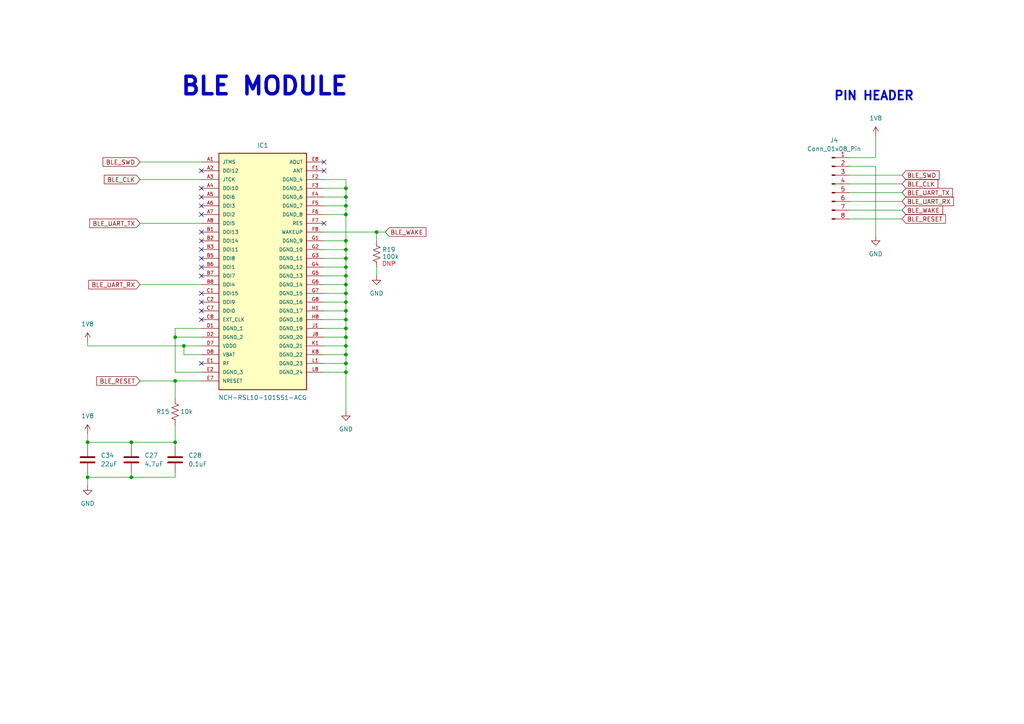
<source format=kicad_sch>
(kicad_sch
	(version 20231120)
	(generator "eeschema")
	(generator_version "8.0")
	(uuid "beb12301-5e3e-4789-adeb-988b426cc4de")
	(paper "A4")
	(lib_symbols
		(symbol "Connector:Conn_01x08_Pin"
			(pin_names
				(offset 1.016) hide)
			(exclude_from_sim no)
			(in_bom yes)
			(on_board yes)
			(property "Reference" "J"
				(at 0 10.16 0)
				(effects
					(font
						(size 1.27 1.27)
					)
				)
			)
			(property "Value" "Conn_01x08_Pin"
				(at 0 -12.7 0)
				(effects
					(font
						(size 1.27 1.27)
					)
				)
			)
			(property "Footprint" ""
				(at 0 0 0)
				(effects
					(font
						(size 1.27 1.27)
					)
					(hide yes)
				)
			)
			(property "Datasheet" "~"
				(at 0 0 0)
				(effects
					(font
						(size 1.27 1.27)
					)
					(hide yes)
				)
			)
			(property "Description" "Generic connector, single row, 01x08, script generated"
				(at 0 0 0)
				(effects
					(font
						(size 1.27 1.27)
					)
					(hide yes)
				)
			)
			(property "ki_locked" ""
				(at 0 0 0)
				(effects
					(font
						(size 1.27 1.27)
					)
				)
			)
			(property "ki_keywords" "connector"
				(at 0 0 0)
				(effects
					(font
						(size 1.27 1.27)
					)
					(hide yes)
				)
			)
			(property "ki_fp_filters" "Connector*:*_1x??_*"
				(at 0 0 0)
				(effects
					(font
						(size 1.27 1.27)
					)
					(hide yes)
				)
			)
			(symbol "Conn_01x08_Pin_1_1"
				(polyline
					(pts
						(xy 1.27 -10.16) (xy 0.8636 -10.16)
					)
					(stroke
						(width 0.1524)
						(type default)
					)
					(fill
						(type none)
					)
				)
				(polyline
					(pts
						(xy 1.27 -7.62) (xy 0.8636 -7.62)
					)
					(stroke
						(width 0.1524)
						(type default)
					)
					(fill
						(type none)
					)
				)
				(polyline
					(pts
						(xy 1.27 -5.08) (xy 0.8636 -5.08)
					)
					(stroke
						(width 0.1524)
						(type default)
					)
					(fill
						(type none)
					)
				)
				(polyline
					(pts
						(xy 1.27 -2.54) (xy 0.8636 -2.54)
					)
					(stroke
						(width 0.1524)
						(type default)
					)
					(fill
						(type none)
					)
				)
				(polyline
					(pts
						(xy 1.27 0) (xy 0.8636 0)
					)
					(stroke
						(width 0.1524)
						(type default)
					)
					(fill
						(type none)
					)
				)
				(polyline
					(pts
						(xy 1.27 2.54) (xy 0.8636 2.54)
					)
					(stroke
						(width 0.1524)
						(type default)
					)
					(fill
						(type none)
					)
				)
				(polyline
					(pts
						(xy 1.27 5.08) (xy 0.8636 5.08)
					)
					(stroke
						(width 0.1524)
						(type default)
					)
					(fill
						(type none)
					)
				)
				(polyline
					(pts
						(xy 1.27 7.62) (xy 0.8636 7.62)
					)
					(stroke
						(width 0.1524)
						(type default)
					)
					(fill
						(type none)
					)
				)
				(rectangle
					(start 0.8636 -10.033)
					(end 0 -10.287)
					(stroke
						(width 0.1524)
						(type default)
					)
					(fill
						(type outline)
					)
				)
				(rectangle
					(start 0.8636 -7.493)
					(end 0 -7.747)
					(stroke
						(width 0.1524)
						(type default)
					)
					(fill
						(type outline)
					)
				)
				(rectangle
					(start 0.8636 -4.953)
					(end 0 -5.207)
					(stroke
						(width 0.1524)
						(type default)
					)
					(fill
						(type outline)
					)
				)
				(rectangle
					(start 0.8636 -2.413)
					(end 0 -2.667)
					(stroke
						(width 0.1524)
						(type default)
					)
					(fill
						(type outline)
					)
				)
				(rectangle
					(start 0.8636 0.127)
					(end 0 -0.127)
					(stroke
						(width 0.1524)
						(type default)
					)
					(fill
						(type outline)
					)
				)
				(rectangle
					(start 0.8636 2.667)
					(end 0 2.413)
					(stroke
						(width 0.1524)
						(type default)
					)
					(fill
						(type outline)
					)
				)
				(rectangle
					(start 0.8636 5.207)
					(end 0 4.953)
					(stroke
						(width 0.1524)
						(type default)
					)
					(fill
						(type outline)
					)
				)
				(rectangle
					(start 0.8636 7.747)
					(end 0 7.493)
					(stroke
						(width 0.1524)
						(type default)
					)
					(fill
						(type outline)
					)
				)
				(pin passive line
					(at 5.08 7.62 180)
					(length 3.81)
					(name "Pin_1"
						(effects
							(font
								(size 1.27 1.27)
							)
						)
					)
					(number "1"
						(effects
							(font
								(size 1.27 1.27)
							)
						)
					)
				)
				(pin passive line
					(at 5.08 5.08 180)
					(length 3.81)
					(name "Pin_2"
						(effects
							(font
								(size 1.27 1.27)
							)
						)
					)
					(number "2"
						(effects
							(font
								(size 1.27 1.27)
							)
						)
					)
				)
				(pin passive line
					(at 5.08 2.54 180)
					(length 3.81)
					(name "Pin_3"
						(effects
							(font
								(size 1.27 1.27)
							)
						)
					)
					(number "3"
						(effects
							(font
								(size 1.27 1.27)
							)
						)
					)
				)
				(pin passive line
					(at 5.08 0 180)
					(length 3.81)
					(name "Pin_4"
						(effects
							(font
								(size 1.27 1.27)
							)
						)
					)
					(number "4"
						(effects
							(font
								(size 1.27 1.27)
							)
						)
					)
				)
				(pin passive line
					(at 5.08 -2.54 180)
					(length 3.81)
					(name "Pin_5"
						(effects
							(font
								(size 1.27 1.27)
							)
						)
					)
					(number "5"
						(effects
							(font
								(size 1.27 1.27)
							)
						)
					)
				)
				(pin passive line
					(at 5.08 -5.08 180)
					(length 3.81)
					(name "Pin_6"
						(effects
							(font
								(size 1.27 1.27)
							)
						)
					)
					(number "6"
						(effects
							(font
								(size 1.27 1.27)
							)
						)
					)
				)
				(pin passive line
					(at 5.08 -7.62 180)
					(length 3.81)
					(name "Pin_7"
						(effects
							(font
								(size 1.27 1.27)
							)
						)
					)
					(number "7"
						(effects
							(font
								(size 1.27 1.27)
							)
						)
					)
				)
				(pin passive line
					(at 5.08 -10.16 180)
					(length 3.81)
					(name "Pin_8"
						(effects
							(font
								(size 1.27 1.27)
							)
						)
					)
					(number "8"
						(effects
							(font
								(size 1.27 1.27)
							)
						)
					)
				)
			)
		)
		(symbol "Device:C"
			(pin_numbers hide)
			(pin_names
				(offset 0.254)
			)
			(exclude_from_sim no)
			(in_bom yes)
			(on_board yes)
			(property "Reference" "C"
				(at 0.635 2.54 0)
				(effects
					(font
						(size 1.27 1.27)
					)
					(justify left)
				)
			)
			(property "Value" "C"
				(at 0.635 -2.54 0)
				(effects
					(font
						(size 1.27 1.27)
					)
					(justify left)
				)
			)
			(property "Footprint" ""
				(at 0.9652 -3.81 0)
				(effects
					(font
						(size 1.27 1.27)
					)
					(hide yes)
				)
			)
			(property "Datasheet" "~"
				(at 0 0 0)
				(effects
					(font
						(size 1.27 1.27)
					)
					(hide yes)
				)
			)
			(property "Description" "Unpolarized capacitor"
				(at 0 0 0)
				(effects
					(font
						(size 1.27 1.27)
					)
					(hide yes)
				)
			)
			(property "ki_keywords" "cap capacitor"
				(at 0 0 0)
				(effects
					(font
						(size 1.27 1.27)
					)
					(hide yes)
				)
			)
			(property "ki_fp_filters" "C_*"
				(at 0 0 0)
				(effects
					(font
						(size 1.27 1.27)
					)
					(hide yes)
				)
			)
			(symbol "C_0_1"
				(polyline
					(pts
						(xy -2.032 -0.762) (xy 2.032 -0.762)
					)
					(stroke
						(width 0.508)
						(type default)
					)
					(fill
						(type none)
					)
				)
				(polyline
					(pts
						(xy -2.032 0.762) (xy 2.032 0.762)
					)
					(stroke
						(width 0.508)
						(type default)
					)
					(fill
						(type none)
					)
				)
			)
			(symbol "C_1_1"
				(pin passive line
					(at 0 3.81 270)
					(length 2.794)
					(name "~"
						(effects
							(font
								(size 1.27 1.27)
							)
						)
					)
					(number "1"
						(effects
							(font
								(size 1.27 1.27)
							)
						)
					)
				)
				(pin passive line
					(at 0 -3.81 90)
					(length 2.794)
					(name "~"
						(effects
							(font
								(size 1.27 1.27)
							)
						)
					)
					(number "2"
						(effects
							(font
								(size 1.27 1.27)
							)
						)
					)
				)
			)
		)
		(symbol "Device:R_US"
			(pin_numbers hide)
			(pin_names
				(offset 0)
			)
			(exclude_from_sim no)
			(in_bom yes)
			(on_board yes)
			(property "Reference" "R"
				(at 2.54 0 90)
				(effects
					(font
						(size 1.27 1.27)
					)
				)
			)
			(property "Value" "R_US"
				(at -2.54 0 90)
				(effects
					(font
						(size 1.27 1.27)
					)
				)
			)
			(property "Footprint" ""
				(at 1.016 -0.254 90)
				(effects
					(font
						(size 1.27 1.27)
					)
					(hide yes)
				)
			)
			(property "Datasheet" "~"
				(at 0 0 0)
				(effects
					(font
						(size 1.27 1.27)
					)
					(hide yes)
				)
			)
			(property "Description" "Resistor, US symbol"
				(at 0 0 0)
				(effects
					(font
						(size 1.27 1.27)
					)
					(hide yes)
				)
			)
			(property "ki_keywords" "R res resistor"
				(at 0 0 0)
				(effects
					(font
						(size 1.27 1.27)
					)
					(hide yes)
				)
			)
			(property "ki_fp_filters" "R_*"
				(at 0 0 0)
				(effects
					(font
						(size 1.27 1.27)
					)
					(hide yes)
				)
			)
			(symbol "R_US_0_1"
				(polyline
					(pts
						(xy 0 -2.286) (xy 0 -2.54)
					)
					(stroke
						(width 0)
						(type default)
					)
					(fill
						(type none)
					)
				)
				(polyline
					(pts
						(xy 0 2.286) (xy 0 2.54)
					)
					(stroke
						(width 0)
						(type default)
					)
					(fill
						(type none)
					)
				)
				(polyline
					(pts
						(xy 0 -0.762) (xy 1.016 -1.143) (xy 0 -1.524) (xy -1.016 -1.905) (xy 0 -2.286)
					)
					(stroke
						(width 0)
						(type default)
					)
					(fill
						(type none)
					)
				)
				(polyline
					(pts
						(xy 0 0.762) (xy 1.016 0.381) (xy 0 0) (xy -1.016 -0.381) (xy 0 -0.762)
					)
					(stroke
						(width 0)
						(type default)
					)
					(fill
						(type none)
					)
				)
				(polyline
					(pts
						(xy 0 2.286) (xy 1.016 1.905) (xy 0 1.524) (xy -1.016 1.143) (xy 0 0.762)
					)
					(stroke
						(width 0)
						(type default)
					)
					(fill
						(type none)
					)
				)
			)
			(symbol "R_US_1_1"
				(pin passive line
					(at 0 3.81 270)
					(length 1.27)
					(name "~"
						(effects
							(font
								(size 1.27 1.27)
							)
						)
					)
					(number "1"
						(effects
							(font
								(size 1.27 1.27)
							)
						)
					)
				)
				(pin passive line
					(at 0 -3.81 90)
					(length 1.27)
					(name "~"
						(effects
							(font
								(size 1.27 1.27)
							)
						)
					)
					(number "2"
						(effects
							(font
								(size 1.27 1.27)
							)
						)
					)
				)
			)
		)
		(symbol "NCH-RSL10-101S51-ACG:NCH-RSL10-101S51-ACG"
			(pin_names
				(offset 1.016)
			)
			(exclude_from_sim no)
			(in_bom yes)
			(on_board yes)
			(property "Reference" "IC"
				(at 31.75 7.62 0)
				(effects
					(font
						(size 1.27 1.27)
					)
					(justify left)
				)
			)
			(property "Value" "NCH-RSL10-101S51-ACG"
				(at 31.75 5.08 0)
				(effects
					(font
						(size 1.27 1.27)
					)
					(justify left)
				)
			)
			(property "Footprint" "NCH-RSL10-101S51-ACG:NCHRSL10101S51ACG"
				(at 0 0 0)
				(effects
					(font
						(size 1.27 1.27)
					)
					(justify bottom)
					(hide yes)
				)
			)
			(property "Datasheet" ""
				(at 0 0 0)
				(effects
					(font
						(size 1.27 1.27)
					)
					(hide yes)
				)
			)
			(property "Description" ""
				(at 0 0 0)
				(effects
					(font
						(size 1.27 1.27)
					)
					(hide yes)
				)
			)
			(property "Manufacturer_Name" "ON Semiconductor"
				(at 0 0 0)
				(effects
					(font
						(size 1.27 1.27)
					)
					(justify bottom)
					(hide yes)
				)
			)
			(property "MF" "ON Semiconductor"
				(at 0 0 0)
				(effects
					(font
						(size 1.27 1.27)
					)
					(justify bottom)
					(hide yes)
				)
			)
			(property "Mouser_Price-Stock" "https://www.mouser.com/Search/Refine.aspx?Keyword=863-NCHRSL1010S51ACG"
				(at 0 0 0)
				(effects
					(font
						(size 1.27 1.27)
					)
					(justify bottom)
					(hide yes)
				)
			)
			(property "Description_1" "\n                        \n                            IC RF TxRx + MCU Bluetooth Bluetooth v5.0 2.36GHz ~ 2.5GHz 51-SMD Module\n                        \n"
				(at 0 0 0)
				(effects
					(font
						(size 1.27 1.27)
					)
					(justify bottom)
					(hide yes)
				)
			)
			(property "Mouser_Part_Number" "863-NCHRSL1010S51ACG"
				(at 0 0 0)
				(effects
					(font
						(size 1.27 1.27)
					)
					(justify bottom)
					(hide yes)
				)
			)
			(property "Price" "None"
				(at 0 0 0)
				(effects
					(font
						(size 1.27 1.27)
					)
					(justify bottom)
					(hide yes)
				)
			)
			(property "Package" "SMD-51 ON Semiconductor"
				(at 0 0 0)
				(effects
					(font
						(size 1.27 1.27)
					)
					(justify bottom)
					(hide yes)
				)
			)
			(property "Check_prices" "https://www.snapeda.com/parts/NCH-RSL10-101S51-ACG/Onsemi/view-part/?ref=eda"
				(at 0 0 0)
				(effects
					(font
						(size 1.27 1.27)
					)
					(justify bottom)
					(hide yes)
				)
			)
			(property "Height" "1.56mm"
				(at 0 0 0)
				(effects
					(font
						(size 1.27 1.27)
					)
					(justify bottom)
					(hide yes)
				)
			)
			(property "SnapEDA_Link" "https://www.snapeda.com/parts/NCH-RSL10-101S51-ACG/Onsemi/view-part/?ref=snap"
				(at 0 0 0)
				(effects
					(font
						(size 1.27 1.27)
					)
					(justify bottom)
					(hide yes)
				)
			)
			(property "MP" "NCH-RSL10-101S51-ACG"
				(at 0 0 0)
				(effects
					(font
						(size 1.27 1.27)
					)
					(justify bottom)
					(hide yes)
				)
			)
			(property "Availability" "In Stock"
				(at 0 0 0)
				(effects
					(font
						(size 1.27 1.27)
					)
					(justify bottom)
					(hide yes)
				)
			)
			(property "Manufacturer_Part_Number" "NCH-RSL10-101S51-ACG"
				(at 0 0 0)
				(effects
					(font
						(size 1.27 1.27)
					)
					(justify bottom)
					(hide yes)
				)
			)
			(symbol "NCH-RSL10-101S51-ACG_0_0"
				(rectangle
					(start 5.08 -66.04)
					(end 30.48 2.54)
					(stroke
						(width 0.254)
						(type default)
					)
					(fill
						(type background)
					)
				)
				(pin bidirectional line
					(at 0 0 0)
					(length 5.08)
					(name "JTMS"
						(effects
							(font
								(size 1.016 1.016)
							)
						)
					)
					(number "A1"
						(effects
							(font
								(size 1.016 1.016)
							)
						)
					)
				)
				(pin bidirectional line
					(at 0 -2.54 0)
					(length 5.08)
					(name "DOI12"
						(effects
							(font
								(size 1.016 1.016)
							)
						)
					)
					(number "A2"
						(effects
							(font
								(size 1.016 1.016)
							)
						)
					)
				)
				(pin bidirectional line
					(at 0 -5.08 0)
					(length 5.08)
					(name "JTCK"
						(effects
							(font
								(size 1.016 1.016)
							)
						)
					)
					(number "A3"
						(effects
							(font
								(size 1.016 1.016)
							)
						)
					)
				)
				(pin bidirectional line
					(at 0 -7.62 0)
					(length 5.08)
					(name "DOI10"
						(effects
							(font
								(size 1.016 1.016)
							)
						)
					)
					(number "A4"
						(effects
							(font
								(size 1.016 1.016)
							)
						)
					)
				)
				(pin bidirectional line
					(at 0 -10.16 0)
					(length 5.08)
					(name "DOI6"
						(effects
							(font
								(size 1.016 1.016)
							)
						)
					)
					(number "A5"
						(effects
							(font
								(size 1.016 1.016)
							)
						)
					)
				)
				(pin bidirectional line
					(at 0 -12.7 0)
					(length 5.08)
					(name "DOI3"
						(effects
							(font
								(size 1.016 1.016)
							)
						)
					)
					(number "A6"
						(effects
							(font
								(size 1.016 1.016)
							)
						)
					)
				)
				(pin bidirectional line
					(at 0 -15.24 0)
					(length 5.08)
					(name "DOI2"
						(effects
							(font
								(size 1.016 1.016)
							)
						)
					)
					(number "A7"
						(effects
							(font
								(size 1.016 1.016)
							)
						)
					)
				)
				(pin bidirectional line
					(at 0 -17.78 0)
					(length 5.08)
					(name "DOI5"
						(effects
							(font
								(size 1.016 1.016)
							)
						)
					)
					(number "A8"
						(effects
							(font
								(size 1.016 1.016)
							)
						)
					)
				)
				(pin bidirectional line
					(at 0 -20.32 0)
					(length 5.08)
					(name "DOI13"
						(effects
							(font
								(size 1.016 1.016)
							)
						)
					)
					(number "B1"
						(effects
							(font
								(size 1.016 1.016)
							)
						)
					)
				)
				(pin bidirectional line
					(at 0 -22.86 0)
					(length 5.08)
					(name "DOI14"
						(effects
							(font
								(size 1.016 1.016)
							)
						)
					)
					(number "B2"
						(effects
							(font
								(size 1.016 1.016)
							)
						)
					)
				)
				(pin bidirectional line
					(at 0 -25.4 0)
					(length 5.08)
					(name "DOI11"
						(effects
							(font
								(size 1.016 1.016)
							)
						)
					)
					(number "B3"
						(effects
							(font
								(size 1.016 1.016)
							)
						)
					)
				)
				(pin bidirectional line
					(at 0 -27.94 0)
					(length 5.08)
					(name "DOI8"
						(effects
							(font
								(size 1.016 1.016)
							)
						)
					)
					(number "B5"
						(effects
							(font
								(size 1.016 1.016)
							)
						)
					)
				)
				(pin bidirectional line
					(at 0 -30.48 0)
					(length 5.08)
					(name "DOI1"
						(effects
							(font
								(size 1.016 1.016)
							)
						)
					)
					(number "B6"
						(effects
							(font
								(size 1.016 1.016)
							)
						)
					)
				)
				(pin bidirectional line
					(at 0 -33.02 0)
					(length 5.08)
					(name "DOI7"
						(effects
							(font
								(size 1.016 1.016)
							)
						)
					)
					(number "B7"
						(effects
							(font
								(size 1.016 1.016)
							)
						)
					)
				)
				(pin bidirectional line
					(at 0 -35.56 0)
					(length 5.08)
					(name "DOI4"
						(effects
							(font
								(size 1.016 1.016)
							)
						)
					)
					(number "B8"
						(effects
							(font
								(size 1.016 1.016)
							)
						)
					)
				)
				(pin bidirectional line
					(at 0 -38.1 0)
					(length 5.08)
					(name "DOI15"
						(effects
							(font
								(size 1.016 1.016)
							)
						)
					)
					(number "C1"
						(effects
							(font
								(size 1.016 1.016)
							)
						)
					)
				)
				(pin bidirectional line
					(at 0 -40.64 0)
					(length 5.08)
					(name "DOI9"
						(effects
							(font
								(size 1.016 1.016)
							)
						)
					)
					(number "C2"
						(effects
							(font
								(size 1.016 1.016)
							)
						)
					)
				)
				(pin bidirectional line
					(at 0 -43.18 0)
					(length 5.08)
					(name "DOI0"
						(effects
							(font
								(size 1.016 1.016)
							)
						)
					)
					(number "C7"
						(effects
							(font
								(size 1.016 1.016)
							)
						)
					)
				)
				(pin bidirectional line
					(at 0 -45.72 0)
					(length 5.08)
					(name "EXT_CLK"
						(effects
							(font
								(size 1.016 1.016)
							)
						)
					)
					(number "C8"
						(effects
							(font
								(size 1.016 1.016)
							)
						)
					)
				)
				(pin bidirectional line
					(at 0 -48.26 0)
					(length 5.08)
					(name "DGND_1"
						(effects
							(font
								(size 1.016 1.016)
							)
						)
					)
					(number "D1"
						(effects
							(font
								(size 1.016 1.016)
							)
						)
					)
				)
				(pin bidirectional line
					(at 0 -50.8 0)
					(length 5.08)
					(name "DGND_2"
						(effects
							(font
								(size 1.016 1.016)
							)
						)
					)
					(number "D2"
						(effects
							(font
								(size 1.016 1.016)
							)
						)
					)
				)
				(pin bidirectional line
					(at 0 -53.34 0)
					(length 5.08)
					(name "VDDO"
						(effects
							(font
								(size 1.016 1.016)
							)
						)
					)
					(number "D7"
						(effects
							(font
								(size 1.016 1.016)
							)
						)
					)
				)
				(pin bidirectional line
					(at 0 -55.88 0)
					(length 5.08)
					(name "VBAT"
						(effects
							(font
								(size 1.016 1.016)
							)
						)
					)
					(number "D8"
						(effects
							(font
								(size 1.016 1.016)
							)
						)
					)
				)
				(pin bidirectional line
					(at 0 -58.42 0)
					(length 5.08)
					(name "RF"
						(effects
							(font
								(size 1.016 1.016)
							)
						)
					)
					(number "E1"
						(effects
							(font
								(size 1.016 1.016)
							)
						)
					)
				)
				(pin bidirectional line
					(at 0 -60.96 0)
					(length 5.08)
					(name "DGND_3"
						(effects
							(font
								(size 1.016 1.016)
							)
						)
					)
					(number "E2"
						(effects
							(font
								(size 1.016 1.016)
							)
						)
					)
				)
				(pin bidirectional line
					(at 0 -63.5 0)
					(length 5.08)
					(name "NRESET"
						(effects
							(font
								(size 1.016 1.016)
							)
						)
					)
					(number "E7"
						(effects
							(font
								(size 1.016 1.016)
							)
						)
					)
				)
				(pin bidirectional line
					(at 35.56 0 180)
					(length 5.08)
					(name "AOUT"
						(effects
							(font
								(size 1.016 1.016)
							)
						)
					)
					(number "E8"
						(effects
							(font
								(size 1.016 1.016)
							)
						)
					)
				)
				(pin bidirectional line
					(at 35.56 -2.54 180)
					(length 5.08)
					(name "ANT"
						(effects
							(font
								(size 1.016 1.016)
							)
						)
					)
					(number "F1"
						(effects
							(font
								(size 1.016 1.016)
							)
						)
					)
				)
				(pin bidirectional line
					(at 35.56 -5.08 180)
					(length 5.08)
					(name "DGND_4"
						(effects
							(font
								(size 1.016 1.016)
							)
						)
					)
					(number "F2"
						(effects
							(font
								(size 1.016 1.016)
							)
						)
					)
				)
				(pin bidirectional line
					(at 35.56 -7.62 180)
					(length 5.08)
					(name "DGND_5"
						(effects
							(font
								(size 1.016 1.016)
							)
						)
					)
					(number "F3"
						(effects
							(font
								(size 1.016 1.016)
							)
						)
					)
				)
				(pin bidirectional line
					(at 35.56 -10.16 180)
					(length 5.08)
					(name "DGND_6"
						(effects
							(font
								(size 1.016 1.016)
							)
						)
					)
					(number "F4"
						(effects
							(font
								(size 1.016 1.016)
							)
						)
					)
				)
				(pin bidirectional line
					(at 35.56 -12.7 180)
					(length 5.08)
					(name "DGND_7"
						(effects
							(font
								(size 1.016 1.016)
							)
						)
					)
					(number "F5"
						(effects
							(font
								(size 1.016 1.016)
							)
						)
					)
				)
				(pin bidirectional line
					(at 35.56 -15.24 180)
					(length 5.08)
					(name "DGND_8"
						(effects
							(font
								(size 1.016 1.016)
							)
						)
					)
					(number "F6"
						(effects
							(font
								(size 1.016 1.016)
							)
						)
					)
				)
				(pin bidirectional line
					(at 35.56 -17.78 180)
					(length 5.08)
					(name "RES"
						(effects
							(font
								(size 1.016 1.016)
							)
						)
					)
					(number "F7"
						(effects
							(font
								(size 1.016 1.016)
							)
						)
					)
				)
				(pin bidirectional line
					(at 35.56 -20.32 180)
					(length 5.08)
					(name "WAKEUP"
						(effects
							(font
								(size 1.016 1.016)
							)
						)
					)
					(number "F8"
						(effects
							(font
								(size 1.016 1.016)
							)
						)
					)
				)
				(pin bidirectional line
					(at 35.56 -22.86 180)
					(length 5.08)
					(name "DGND_9"
						(effects
							(font
								(size 1.016 1.016)
							)
						)
					)
					(number "G1"
						(effects
							(font
								(size 1.016 1.016)
							)
						)
					)
				)
				(pin bidirectional line
					(at 35.56 -25.4 180)
					(length 5.08)
					(name "DGND_10"
						(effects
							(font
								(size 1.016 1.016)
							)
						)
					)
					(number "G2"
						(effects
							(font
								(size 1.016 1.016)
							)
						)
					)
				)
				(pin bidirectional line
					(at 35.56 -27.94 180)
					(length 5.08)
					(name "DGND_11"
						(effects
							(font
								(size 1.016 1.016)
							)
						)
					)
					(number "G3"
						(effects
							(font
								(size 1.016 1.016)
							)
						)
					)
				)
				(pin bidirectional line
					(at 35.56 -30.48 180)
					(length 5.08)
					(name "DGND_12"
						(effects
							(font
								(size 1.016 1.016)
							)
						)
					)
					(number "G4"
						(effects
							(font
								(size 1.016 1.016)
							)
						)
					)
				)
				(pin bidirectional line
					(at 35.56 -33.02 180)
					(length 5.08)
					(name "DGND_13"
						(effects
							(font
								(size 1.016 1.016)
							)
						)
					)
					(number "G5"
						(effects
							(font
								(size 1.016 1.016)
							)
						)
					)
				)
				(pin bidirectional line
					(at 35.56 -35.56 180)
					(length 5.08)
					(name "DGND_14"
						(effects
							(font
								(size 1.016 1.016)
							)
						)
					)
					(number "G6"
						(effects
							(font
								(size 1.016 1.016)
							)
						)
					)
				)
				(pin bidirectional line
					(at 35.56 -38.1 180)
					(length 5.08)
					(name "DGND_15"
						(effects
							(font
								(size 1.016 1.016)
							)
						)
					)
					(number "G7"
						(effects
							(font
								(size 1.016 1.016)
							)
						)
					)
				)
				(pin bidirectional line
					(at 35.56 -40.64 180)
					(length 5.08)
					(name "DGND_16"
						(effects
							(font
								(size 1.016 1.016)
							)
						)
					)
					(number "G8"
						(effects
							(font
								(size 1.016 1.016)
							)
						)
					)
				)
				(pin bidirectional line
					(at 35.56 -43.18 180)
					(length 5.08)
					(name "DGND_17"
						(effects
							(font
								(size 1.016 1.016)
							)
						)
					)
					(number "H1"
						(effects
							(font
								(size 1.016 1.016)
							)
						)
					)
				)
				(pin bidirectional line
					(at 35.56 -45.72 180)
					(length 5.08)
					(name "DGND_18"
						(effects
							(font
								(size 1.016 1.016)
							)
						)
					)
					(number "H8"
						(effects
							(font
								(size 1.016 1.016)
							)
						)
					)
				)
				(pin bidirectional line
					(at 35.56 -48.26 180)
					(length 5.08)
					(name "DGND_19"
						(effects
							(font
								(size 1.016 1.016)
							)
						)
					)
					(number "J1"
						(effects
							(font
								(size 1.016 1.016)
							)
						)
					)
				)
				(pin bidirectional line
					(at 35.56 -50.8 180)
					(length 5.08)
					(name "DGND_20"
						(effects
							(font
								(size 1.016 1.016)
							)
						)
					)
					(number "J8"
						(effects
							(font
								(size 1.016 1.016)
							)
						)
					)
				)
				(pin bidirectional line
					(at 35.56 -53.34 180)
					(length 5.08)
					(name "DGND_21"
						(effects
							(font
								(size 1.016 1.016)
							)
						)
					)
					(number "K1"
						(effects
							(font
								(size 1.016 1.016)
							)
						)
					)
				)
				(pin bidirectional line
					(at 35.56 -55.88 180)
					(length 5.08)
					(name "DGND_22"
						(effects
							(font
								(size 1.016 1.016)
							)
						)
					)
					(number "K8"
						(effects
							(font
								(size 1.016 1.016)
							)
						)
					)
				)
				(pin bidirectional line
					(at 35.56 -58.42 180)
					(length 5.08)
					(name "DGND_23"
						(effects
							(font
								(size 1.016 1.016)
							)
						)
					)
					(number "L1"
						(effects
							(font
								(size 1.016 1.016)
							)
						)
					)
				)
				(pin bidirectional line
					(at 35.56 -60.96 180)
					(length 5.08)
					(name "DGND_24"
						(effects
							(font
								(size 1.016 1.016)
							)
						)
					)
					(number "L8"
						(effects
							(font
								(size 1.016 1.016)
							)
						)
					)
				)
			)
		)
		(symbol "power:+1V8"
			(power)
			(pin_numbers hide)
			(pin_names
				(offset 0) hide)
			(exclude_from_sim no)
			(in_bom yes)
			(on_board yes)
			(property "Reference" "#PWR"
				(at 0 -3.81 0)
				(effects
					(font
						(size 1.27 1.27)
					)
					(hide yes)
				)
			)
			(property "Value" "+1V8"
				(at 0 3.556 0)
				(effects
					(font
						(size 1.27 1.27)
					)
				)
			)
			(property "Footprint" ""
				(at 0 0 0)
				(effects
					(font
						(size 1.27 1.27)
					)
					(hide yes)
				)
			)
			(property "Datasheet" ""
				(at 0 0 0)
				(effects
					(font
						(size 1.27 1.27)
					)
					(hide yes)
				)
			)
			(property "Description" "Power symbol creates a global label with name \"+1V8\""
				(at 0 0 0)
				(effects
					(font
						(size 1.27 1.27)
					)
					(hide yes)
				)
			)
			(property "ki_keywords" "global power"
				(at 0 0 0)
				(effects
					(font
						(size 1.27 1.27)
					)
					(hide yes)
				)
			)
			(symbol "+1V8_0_1"
				(polyline
					(pts
						(xy -0.762 1.27) (xy 0 2.54)
					)
					(stroke
						(width 0)
						(type default)
					)
					(fill
						(type none)
					)
				)
				(polyline
					(pts
						(xy 0 0) (xy 0 2.54)
					)
					(stroke
						(width 0)
						(type default)
					)
					(fill
						(type none)
					)
				)
				(polyline
					(pts
						(xy 0 2.54) (xy 0.762 1.27)
					)
					(stroke
						(width 0)
						(type default)
					)
					(fill
						(type none)
					)
				)
			)
			(symbol "+1V8_1_1"
				(pin power_in line
					(at 0 0 90)
					(length 0)
					(name "~"
						(effects
							(font
								(size 1.27 1.27)
							)
						)
					)
					(number "1"
						(effects
							(font
								(size 1.27 1.27)
							)
						)
					)
				)
			)
		)
		(symbol "power:GND"
			(power)
			(pin_numbers hide)
			(pin_names
				(offset 0) hide)
			(exclude_from_sim no)
			(in_bom yes)
			(on_board yes)
			(property "Reference" "#PWR"
				(at 0 -6.35 0)
				(effects
					(font
						(size 1.27 1.27)
					)
					(hide yes)
				)
			)
			(property "Value" "GND"
				(at 0 -3.81 0)
				(effects
					(font
						(size 1.27 1.27)
					)
				)
			)
			(property "Footprint" ""
				(at 0 0 0)
				(effects
					(font
						(size 1.27 1.27)
					)
					(hide yes)
				)
			)
			(property "Datasheet" ""
				(at 0 0 0)
				(effects
					(font
						(size 1.27 1.27)
					)
					(hide yes)
				)
			)
			(property "Description" "Power symbol creates a global label with name \"GND\" , ground"
				(at 0 0 0)
				(effects
					(font
						(size 1.27 1.27)
					)
					(hide yes)
				)
			)
			(property "ki_keywords" "global power"
				(at 0 0 0)
				(effects
					(font
						(size 1.27 1.27)
					)
					(hide yes)
				)
			)
			(symbol "GND_0_1"
				(polyline
					(pts
						(xy 0 0) (xy 0 -1.27) (xy 1.27 -1.27) (xy 0 -2.54) (xy -1.27 -1.27) (xy 0 -1.27)
					)
					(stroke
						(width 0)
						(type default)
					)
					(fill
						(type none)
					)
				)
			)
			(symbol "GND_1_1"
				(pin power_in line
					(at 0 0 270)
					(length 0)
					(name "~"
						(effects
							(font
								(size 1.27 1.27)
							)
						)
					)
					(number "1"
						(effects
							(font
								(size 1.27 1.27)
							)
						)
					)
				)
			)
		)
	)
	(junction
		(at 100.33 92.71)
		(diameter 0)
		(color 0 0 0 0)
		(uuid "002ae9ff-ae38-4c1a-9060-c0aff1913d90")
	)
	(junction
		(at 100.33 57.15)
		(diameter 0)
		(color 0 0 0 0)
		(uuid "09612170-6b66-47c7-b09b-aa28e3471932")
	)
	(junction
		(at 100.33 69.85)
		(diameter 0)
		(color 0 0 0 0)
		(uuid "17098b20-188a-4b9c-abaa-a27b8216db24")
	)
	(junction
		(at 100.33 87.63)
		(diameter 0)
		(color 0 0 0 0)
		(uuid "1b13e0a7-8a21-4a23-af44-9e20a29329bd")
	)
	(junction
		(at 100.33 97.79)
		(diameter 0)
		(color 0 0 0 0)
		(uuid "30153c12-47ab-4ef6-931b-fdf41e716503")
	)
	(junction
		(at 25.4 128.27)
		(diameter 0)
		(color 0 0 0 0)
		(uuid "3b0e8160-0619-4795-b884-bc46533794dc")
	)
	(junction
		(at 50.8 128.27)
		(diameter 0)
		(color 0 0 0 0)
		(uuid "3e6029dd-b2d9-4573-9ed9-3e7091834136")
	)
	(junction
		(at 100.33 62.23)
		(diameter 0)
		(color 0 0 0 0)
		(uuid "434ab989-529c-42c0-a90a-4414df8e5eb1")
	)
	(junction
		(at 53.34 100.33)
		(diameter 0)
		(color 0 0 0 0)
		(uuid "4561e5fe-886c-489d-96e8-705c2e34c0c6")
	)
	(junction
		(at 100.33 74.93)
		(diameter 0)
		(color 0 0 0 0)
		(uuid "4afcd430-2064-4df0-83ac-2718251698fd")
	)
	(junction
		(at 100.33 90.17)
		(diameter 0)
		(color 0 0 0 0)
		(uuid "4f0b371e-10d7-408b-99b1-29ec08959657")
	)
	(junction
		(at 100.33 80.01)
		(diameter 0)
		(color 0 0 0 0)
		(uuid "4f5d6bd0-06fc-4483-acce-d3e600a9c079")
	)
	(junction
		(at 100.33 95.25)
		(diameter 0)
		(color 0 0 0 0)
		(uuid "7b05b7d9-fd05-4d6f-bfd7-1fd4944a948f")
	)
	(junction
		(at 109.22 67.31)
		(diameter 0)
		(color 0 0 0 0)
		(uuid "7df1721f-c135-4297-815d-f9cee56e9d7d")
	)
	(junction
		(at 100.33 59.69)
		(diameter 0)
		(color 0 0 0 0)
		(uuid "8ecd5d72-0d04-4495-a923-b21d76bfd5c8")
	)
	(junction
		(at 100.33 77.47)
		(diameter 0)
		(color 0 0 0 0)
		(uuid "937f22b2-b4c7-4f7e-ae23-f570f06043b4")
	)
	(junction
		(at 38.1 128.27)
		(diameter 0)
		(color 0 0 0 0)
		(uuid "a374c6fe-af0b-414d-be0e-02d6f57a633c")
	)
	(junction
		(at 100.33 82.55)
		(diameter 0)
		(color 0 0 0 0)
		(uuid "ac4135e6-62ee-4b17-8efa-8b3e421f1c2e")
	)
	(junction
		(at 100.33 105.41)
		(diameter 0)
		(color 0 0 0 0)
		(uuid "b3cc87b4-5a97-4d1f-a668-e48a20369b4a")
	)
	(junction
		(at 100.33 100.33)
		(diameter 0)
		(color 0 0 0 0)
		(uuid "b74b28f3-8354-48ca-9678-83c9bcf682c0")
	)
	(junction
		(at 25.4 138.43)
		(diameter 0)
		(color 0 0 0 0)
		(uuid "bb453e2c-0e50-4cc9-b5e6-ece23cf9cad5")
	)
	(junction
		(at 100.33 107.95)
		(diameter 0)
		(color 0 0 0 0)
		(uuid "c0f87e07-c04b-47ac-acf7-98021fc29d8c")
	)
	(junction
		(at 100.33 85.09)
		(diameter 0)
		(color 0 0 0 0)
		(uuid "cd769740-c729-4f8e-805d-e8731e1305b8")
	)
	(junction
		(at 38.1 138.43)
		(diameter 0)
		(color 0 0 0 0)
		(uuid "d20d2c34-5fa7-4bf8-9ee8-05c75e4b6a22")
	)
	(junction
		(at 100.33 102.87)
		(diameter 0)
		(color 0 0 0 0)
		(uuid "df8bd443-2424-4d76-925b-eb13dce7114b")
	)
	(junction
		(at 50.8 97.79)
		(diameter 0)
		(color 0 0 0 0)
		(uuid "f6609783-1432-47a3-beea-9e6a971a5684")
	)
	(junction
		(at 100.33 72.39)
		(diameter 0)
		(color 0 0 0 0)
		(uuid "fbfc2c00-7423-443a-a76b-425ff0a4410d")
	)
	(junction
		(at 100.33 54.61)
		(diameter 0)
		(color 0 0 0 0)
		(uuid "ff2bacd9-bf57-452a-869b-25ca6dcbc6cf")
	)
	(junction
		(at 50.8 110.49)
		(diameter 0)
		(color 0 0 0 0)
		(uuid "ff66eda2-c6b5-49b2-9cdd-c6e0b12b6658")
	)
	(no_connect
		(at 58.42 105.41)
		(uuid "092e18d4-844a-400c-8ba0-f9183f5a7de6")
	)
	(no_connect
		(at 58.42 74.93)
		(uuid "21c0b424-0da8-4ebe-a2e0-095d7c3bc27e")
	)
	(no_connect
		(at 58.42 57.15)
		(uuid "328cca33-1c3e-4be7-a0e7-667dfae6f3d8")
	)
	(no_connect
		(at 58.42 92.71)
		(uuid "586ec13c-58e7-422d-8c22-1176ecad1ae9")
	)
	(no_connect
		(at 58.42 67.31)
		(uuid "5bbcb681-568d-4e26-9d6d-bbd2b6eb64cb")
	)
	(no_connect
		(at 58.42 54.61)
		(uuid "5bee9b66-2d68-4dc4-bf25-bb2f7c2e1da3")
	)
	(no_connect
		(at 58.42 62.23)
		(uuid "7bba6dfc-08cc-4560-86d0-8c1164414ace")
	)
	(no_connect
		(at 58.42 77.47)
		(uuid "8b6003c3-6640-4fd3-893d-3fd4c9d745fa")
	)
	(no_connect
		(at 93.98 46.99)
		(uuid "a8f14ea0-fb29-4f2c-b4c5-738a287456d6")
	)
	(no_connect
		(at 58.42 80.01)
		(uuid "aa0b786d-5c85-4380-820d-1f3a40d76e9e")
	)
	(no_connect
		(at 58.42 90.17)
		(uuid "b0d00f82-0b78-4f54-850e-325cfef51185")
	)
	(no_connect
		(at 58.42 69.85)
		(uuid "c1761c90-56f4-4315-8e66-1c28449507a3")
	)
	(no_connect
		(at 58.42 72.39)
		(uuid "c73e4671-b6a3-45cf-b917-f98e20733586")
	)
	(no_connect
		(at 58.42 49.53)
		(uuid "d42c5514-6998-4703-889c-c21dc62115aa")
	)
	(no_connect
		(at 93.98 64.77)
		(uuid "dbff5f99-2c27-460d-9248-fa426739d3a2")
	)
	(no_connect
		(at 58.42 59.69)
		(uuid "e73e9143-7725-4535-ac14-c7f44a904885")
	)
	(no_connect
		(at 58.42 85.09)
		(uuid "e8039b2e-1692-4e11-9cdd-1ce2d49d5697")
	)
	(no_connect
		(at 93.98 49.53)
		(uuid "f44964b7-ad60-4cfe-9e80-7b3d8cef900f")
	)
	(no_connect
		(at 58.42 87.63)
		(uuid "f91ce493-c6c2-41fb-aff5-564cefd95b1d")
	)
	(wire
		(pts
			(xy 40.64 110.49) (xy 50.8 110.49)
		)
		(stroke
			(width 0)
			(type default)
		)
		(uuid "0093dfaa-a1f2-45c8-976f-eebc596d6d0a")
	)
	(wire
		(pts
			(xy 100.33 92.71) (xy 100.33 95.25)
		)
		(stroke
			(width 0)
			(type default)
		)
		(uuid "02433c09-a5fb-4510-a487-3f2f54ab2962")
	)
	(wire
		(pts
			(xy 109.22 67.31) (xy 93.98 67.31)
		)
		(stroke
			(width 0)
			(type default)
		)
		(uuid "02d98e17-fbc3-4206-b630-9e7b95f4f68d")
	)
	(wire
		(pts
			(xy 254 68.58) (xy 254 48.26)
		)
		(stroke
			(width 0)
			(type default)
		)
		(uuid "06e419a5-21a8-4064-86b9-29562bd61764")
	)
	(wire
		(pts
			(xy 254 45.72) (xy 254 39.37)
		)
		(stroke
			(width 0)
			(type default)
		)
		(uuid "0daa1ecb-b098-4e09-a57c-85febdcb6c86")
	)
	(wire
		(pts
			(xy 93.98 72.39) (xy 100.33 72.39)
		)
		(stroke
			(width 0)
			(type default)
		)
		(uuid "11e5b28b-a867-4f73-b1e1-94ff189fa152")
	)
	(wire
		(pts
			(xy 246.38 45.72) (xy 254 45.72)
		)
		(stroke
			(width 0)
			(type default)
		)
		(uuid "142f7587-d653-4bcd-bac4-5e26d03fc127")
	)
	(wire
		(pts
			(xy 50.8 129.54) (xy 50.8 128.27)
		)
		(stroke
			(width 0)
			(type default)
		)
		(uuid "16284c6d-30c9-4b09-a4ba-a2c08ad5827b")
	)
	(wire
		(pts
			(xy 254 48.26) (xy 246.38 48.26)
		)
		(stroke
			(width 0)
			(type default)
		)
		(uuid "163209d2-645f-481e-bee4-bd883b309f81")
	)
	(wire
		(pts
			(xy 40.64 82.55) (xy 58.42 82.55)
		)
		(stroke
			(width 0)
			(type default)
		)
		(uuid "18e326b9-0dbc-4e25-8c38-637f3b1cac1b")
	)
	(wire
		(pts
			(xy 93.98 92.71) (xy 100.33 92.71)
		)
		(stroke
			(width 0)
			(type default)
		)
		(uuid "20aa516a-5355-415d-a2d9-3676dc2207a2")
	)
	(wire
		(pts
			(xy 100.33 74.93) (xy 100.33 77.47)
		)
		(stroke
			(width 0)
			(type default)
		)
		(uuid "22b9ec95-efff-473d-96c8-e5530fe4440a")
	)
	(wire
		(pts
			(xy 93.98 69.85) (xy 100.33 69.85)
		)
		(stroke
			(width 0)
			(type default)
		)
		(uuid "23e46bd6-f385-41b5-89b5-8ab44af45b94")
	)
	(wire
		(pts
			(xy 93.98 90.17) (xy 100.33 90.17)
		)
		(stroke
			(width 0)
			(type default)
		)
		(uuid "25245492-3c62-4e63-a623-ed9d9e63d7da")
	)
	(wire
		(pts
			(xy 50.8 110.49) (xy 50.8 115.57)
		)
		(stroke
			(width 0)
			(type default)
		)
		(uuid "26302436-aed9-4050-bfbb-468c3529c929")
	)
	(wire
		(pts
			(xy 246.38 55.88) (xy 261.62 55.88)
		)
		(stroke
			(width 0)
			(type default)
		)
		(uuid "2b7c750e-63ee-4e2c-9549-d497c3ab790e")
	)
	(wire
		(pts
			(xy 50.8 123.19) (xy 50.8 128.27)
		)
		(stroke
			(width 0)
			(type default)
		)
		(uuid "2ceb9701-ee86-41de-bf22-2295c4782ede")
	)
	(wire
		(pts
			(xy 100.33 57.15) (xy 100.33 59.69)
		)
		(stroke
			(width 0)
			(type default)
		)
		(uuid "2ee2d926-1622-430b-af1b-11b47616b574")
	)
	(wire
		(pts
			(xy 58.42 102.87) (xy 53.34 102.87)
		)
		(stroke
			(width 0)
			(type default)
		)
		(uuid "33d56958-fb04-47b3-b5be-3a4520847b70")
	)
	(wire
		(pts
			(xy 50.8 97.79) (xy 58.42 97.79)
		)
		(stroke
			(width 0)
			(type default)
		)
		(uuid "3709c902-053d-4952-b1d0-32a8bdb5b5ac")
	)
	(wire
		(pts
			(xy 109.22 77.47) (xy 109.22 80.01)
		)
		(stroke
			(width 0)
			(type default)
		)
		(uuid "3bc0ce99-cf7d-41d0-b7c2-89092bd51fae")
	)
	(wire
		(pts
			(xy 100.33 97.79) (xy 100.33 100.33)
		)
		(stroke
			(width 0)
			(type default)
		)
		(uuid "3cca4bc7-6643-4777-a978-f8eab5418f7d")
	)
	(wire
		(pts
			(xy 50.8 138.43) (xy 38.1 138.43)
		)
		(stroke
			(width 0)
			(type default)
		)
		(uuid "414cf8f6-6cec-41e8-848b-90319505fe5b")
	)
	(wire
		(pts
			(xy 100.33 119.38) (xy 100.33 107.95)
		)
		(stroke
			(width 0)
			(type default)
		)
		(uuid "4462962a-2203-4193-92e5-ca40f7021c2c")
	)
	(wire
		(pts
			(xy 50.8 95.25) (xy 50.8 97.79)
		)
		(stroke
			(width 0)
			(type default)
		)
		(uuid "458b7fca-8c1a-4484-885b-da24c4f88d0e")
	)
	(wire
		(pts
			(xy 50.8 137.16) (xy 50.8 138.43)
		)
		(stroke
			(width 0)
			(type default)
		)
		(uuid "45908d3a-20a3-4fb9-9f0a-cec57c9b09c1")
	)
	(wire
		(pts
			(xy 93.98 57.15) (xy 100.33 57.15)
		)
		(stroke
			(width 0)
			(type default)
		)
		(uuid "4e89823e-3842-4d52-b447-e8404b496d32")
	)
	(wire
		(pts
			(xy 100.33 80.01) (xy 100.33 82.55)
		)
		(stroke
			(width 0)
			(type default)
		)
		(uuid "4eb1a798-ba24-48e5-84a2-5534ad72f6f7")
	)
	(wire
		(pts
			(xy 38.1 138.43) (xy 25.4 138.43)
		)
		(stroke
			(width 0)
			(type default)
		)
		(uuid "4fd25a81-528f-4420-8fa2-615d594fa419")
	)
	(wire
		(pts
			(xy 38.1 128.27) (xy 50.8 128.27)
		)
		(stroke
			(width 0)
			(type default)
		)
		(uuid "53b98a12-0d9d-471e-b480-6238092f710f")
	)
	(wire
		(pts
			(xy 100.33 105.41) (xy 100.33 107.95)
		)
		(stroke
			(width 0)
			(type default)
		)
		(uuid "5962178f-3d34-4937-af42-e63b14677dee")
	)
	(wire
		(pts
			(xy 93.98 52.07) (xy 100.33 52.07)
		)
		(stroke
			(width 0)
			(type default)
		)
		(uuid "6240ab59-dc31-47b5-a3a9-c5924b3725a4")
	)
	(wire
		(pts
			(xy 100.33 95.25) (xy 100.33 97.79)
		)
		(stroke
			(width 0)
			(type default)
		)
		(uuid "6b1aca7a-9e00-4d5a-9b8b-b770c8b7801d")
	)
	(wire
		(pts
			(xy 100.33 100.33) (xy 100.33 102.87)
		)
		(stroke
			(width 0)
			(type default)
		)
		(uuid "6b8168ea-a36e-453e-a550-62faec4c85c5")
	)
	(wire
		(pts
			(xy 93.98 85.09) (xy 100.33 85.09)
		)
		(stroke
			(width 0)
			(type default)
		)
		(uuid "711570c4-2075-4ea4-aad2-876697a5d623")
	)
	(wire
		(pts
			(xy 93.98 54.61) (xy 100.33 54.61)
		)
		(stroke
			(width 0)
			(type default)
		)
		(uuid "71f7ddb9-f21a-4b3b-8900-810ab633743a")
	)
	(wire
		(pts
			(xy 100.33 54.61) (xy 100.33 57.15)
		)
		(stroke
			(width 0)
			(type default)
		)
		(uuid "732fe84a-1987-4264-b11d-94089363b3b9")
	)
	(wire
		(pts
			(xy 40.64 52.07) (xy 58.42 52.07)
		)
		(stroke
			(width 0)
			(type default)
		)
		(uuid "76953c97-66f1-41b4-a7f5-af66c53b8b81")
	)
	(wire
		(pts
			(xy 53.34 100.33) (xy 25.4 100.33)
		)
		(stroke
			(width 0)
			(type default)
		)
		(uuid "770c9437-b07c-48ac-80df-781a88be586c")
	)
	(wire
		(pts
			(xy 100.33 69.85) (xy 100.33 72.39)
		)
		(stroke
			(width 0)
			(type default)
		)
		(uuid "7cd265ce-0229-4e65-9f88-9d70ae6d9a5c")
	)
	(wire
		(pts
			(xy 50.8 107.95) (xy 58.42 107.95)
		)
		(stroke
			(width 0)
			(type default)
		)
		(uuid "7dec8a8c-7345-4fc0-aaf3-8e990c955675")
	)
	(wire
		(pts
			(xy 93.98 74.93) (xy 100.33 74.93)
		)
		(stroke
			(width 0)
			(type default)
		)
		(uuid "7f45ba70-8b7d-4566-887e-551cdd469270")
	)
	(wire
		(pts
			(xy 50.8 97.79) (xy 50.8 107.95)
		)
		(stroke
			(width 0)
			(type default)
		)
		(uuid "83349152-8971-4d2a-b883-c0c1fdc63387")
	)
	(wire
		(pts
			(xy 25.4 138.43) (xy 25.4 140.97)
		)
		(stroke
			(width 0)
			(type default)
		)
		(uuid "8965fb0d-e5d2-4c63-8c97-be0e690219b4")
	)
	(wire
		(pts
			(xy 100.33 85.09) (xy 100.33 87.63)
		)
		(stroke
			(width 0)
			(type default)
		)
		(uuid "89eb73cd-ec57-4871-8848-b4dbb616cba7")
	)
	(wire
		(pts
			(xy 93.98 82.55) (xy 100.33 82.55)
		)
		(stroke
			(width 0)
			(type default)
		)
		(uuid "8dad799b-cc15-4b06-a9ef-bbf1c2c6ec48")
	)
	(wire
		(pts
			(xy 246.38 63.5) (xy 261.62 63.5)
		)
		(stroke
			(width 0)
			(type default)
		)
		(uuid "901779df-e5a9-4c2c-ab83-1332d42e51e5")
	)
	(wire
		(pts
			(xy 100.33 102.87) (xy 100.33 105.41)
		)
		(stroke
			(width 0)
			(type default)
		)
		(uuid "91637f0b-f04a-4de0-bc67-8c61d567c1e7")
	)
	(wire
		(pts
			(xy 246.38 58.42) (xy 261.62 58.42)
		)
		(stroke
			(width 0)
			(type default)
		)
		(uuid "91c693a4-cb98-4d32-85e4-a2afd4be7ed3")
	)
	(wire
		(pts
			(xy 25.4 100.33) (xy 25.4 99.06)
		)
		(stroke
			(width 0)
			(type default)
		)
		(uuid "9264230c-5f1e-487c-bd21-e6735c3493d8")
	)
	(wire
		(pts
			(xy 38.1 128.27) (xy 25.4 128.27)
		)
		(stroke
			(width 0)
			(type default)
		)
		(uuid "93cd2d02-0f7f-4acd-b515-5ed434a017fe")
	)
	(wire
		(pts
			(xy 93.98 95.25) (xy 100.33 95.25)
		)
		(stroke
			(width 0)
			(type default)
		)
		(uuid "96d09df5-fcae-4034-818d-1e42f1eff323")
	)
	(wire
		(pts
			(xy 93.98 87.63) (xy 100.33 87.63)
		)
		(stroke
			(width 0)
			(type default)
		)
		(uuid "981419da-3b6d-4807-a846-e6347f28efde")
	)
	(wire
		(pts
			(xy 58.42 95.25) (xy 50.8 95.25)
		)
		(stroke
			(width 0)
			(type default)
		)
		(uuid "9bdc9597-f1c6-4f27-a248-f2bbc62c6b01")
	)
	(wire
		(pts
			(xy 40.64 64.77) (xy 58.42 64.77)
		)
		(stroke
			(width 0)
			(type default)
		)
		(uuid "9fade33a-a8be-430a-876d-d3970492916a")
	)
	(wire
		(pts
			(xy 25.4 128.27) (xy 25.4 129.54)
		)
		(stroke
			(width 0)
			(type default)
		)
		(uuid "a2045cc1-382f-429e-9e36-466aa61a42b2")
	)
	(wire
		(pts
			(xy 93.98 107.95) (xy 100.33 107.95)
		)
		(stroke
			(width 0)
			(type default)
		)
		(uuid "a249340d-a7c7-4ae3-8c1a-39d2e39d8a3c")
	)
	(wire
		(pts
			(xy 93.98 97.79) (xy 100.33 97.79)
		)
		(stroke
			(width 0)
			(type default)
		)
		(uuid "a4f133c8-768d-4e09-8c01-da39dd473df6")
	)
	(wire
		(pts
			(xy 93.98 80.01) (xy 100.33 80.01)
		)
		(stroke
			(width 0)
			(type default)
		)
		(uuid "ac8b3e03-17b8-4c61-9615-4232a38441fe")
	)
	(wire
		(pts
			(xy 100.33 59.69) (xy 100.33 62.23)
		)
		(stroke
			(width 0)
			(type default)
		)
		(uuid "adcc96b3-a5a0-4e6a-a1dd-c0dc13776f8b")
	)
	(wire
		(pts
			(xy 93.98 77.47) (xy 100.33 77.47)
		)
		(stroke
			(width 0)
			(type default)
		)
		(uuid "afe0ff4a-022d-4871-96f8-428f37320ea4")
	)
	(wire
		(pts
			(xy 100.33 52.07) (xy 100.33 54.61)
		)
		(stroke
			(width 0)
			(type default)
		)
		(uuid "b58df55b-6df0-4b31-969a-49dc4ef8821e")
	)
	(wire
		(pts
			(xy 109.22 67.31) (xy 109.22 69.85)
		)
		(stroke
			(width 0)
			(type default)
		)
		(uuid "b5e69049-6283-43c0-8a4e-223aeb973080")
	)
	(wire
		(pts
			(xy 246.38 50.8) (xy 261.62 50.8)
		)
		(stroke
			(width 0)
			(type default)
		)
		(uuid "b955e4fb-5742-4d8f-835c-aef088894e85")
	)
	(wire
		(pts
			(xy 93.98 102.87) (xy 100.33 102.87)
		)
		(stroke
			(width 0)
			(type default)
		)
		(uuid "bd5ad7fb-2ce9-4310-9e78-9f6fd17d138c")
	)
	(wire
		(pts
			(xy 111.76 67.31) (xy 109.22 67.31)
		)
		(stroke
			(width 0)
			(type default)
		)
		(uuid "c7a92cce-ff69-48ef-9b74-240ba7505a3c")
	)
	(wire
		(pts
			(xy 93.98 62.23) (xy 100.33 62.23)
		)
		(stroke
			(width 0)
			(type default)
		)
		(uuid "ce22d2c6-099a-4b6c-9a49-96fa1f506858")
	)
	(wire
		(pts
			(xy 93.98 59.69) (xy 100.33 59.69)
		)
		(stroke
			(width 0)
			(type default)
		)
		(uuid "ce743113-a634-4be8-b411-af312b070bb4")
	)
	(wire
		(pts
			(xy 53.34 102.87) (xy 53.34 100.33)
		)
		(stroke
			(width 0)
			(type default)
		)
		(uuid "cfc47a75-5b00-487e-9f22-a4ce75449d52")
	)
	(wire
		(pts
			(xy 58.42 100.33) (xy 53.34 100.33)
		)
		(stroke
			(width 0)
			(type default)
		)
		(uuid "d40ff7e4-bf7a-4d1e-b10f-746cd907d16b")
	)
	(wire
		(pts
			(xy 100.33 72.39) (xy 100.33 74.93)
		)
		(stroke
			(width 0)
			(type default)
		)
		(uuid "d4ff072e-57ef-4ab0-a05a-a61bfee9df7d")
	)
	(wire
		(pts
			(xy 246.38 60.96) (xy 261.62 60.96)
		)
		(stroke
			(width 0)
			(type default)
		)
		(uuid "d8130ccc-a7a1-44b0-a13b-dc67d9c72d8c")
	)
	(wire
		(pts
			(xy 25.4 137.16) (xy 25.4 138.43)
		)
		(stroke
			(width 0)
			(type default)
		)
		(uuid "da50b2cf-0148-464c-9b0a-09f18c9bf3de")
	)
	(wire
		(pts
			(xy 100.33 90.17) (xy 100.33 92.71)
		)
		(stroke
			(width 0)
			(type default)
		)
		(uuid "db23623c-f1a5-45aa-89b2-83759925f700")
	)
	(wire
		(pts
			(xy 100.33 87.63) (xy 100.33 90.17)
		)
		(stroke
			(width 0)
			(type default)
		)
		(uuid "df1589c8-d00c-4249-ba02-e8462207411c")
	)
	(wire
		(pts
			(xy 38.1 128.27) (xy 38.1 129.54)
		)
		(stroke
			(width 0)
			(type default)
		)
		(uuid "df942753-8b47-4a8b-b98a-19ffdca99501")
	)
	(wire
		(pts
			(xy 25.4 125.73) (xy 25.4 128.27)
		)
		(stroke
			(width 0)
			(type default)
		)
		(uuid "e01a3604-5b4a-4fed-90af-ad48c46b268f")
	)
	(wire
		(pts
			(xy 100.33 77.47) (xy 100.33 80.01)
		)
		(stroke
			(width 0)
			(type default)
		)
		(uuid "e1a7323e-9861-45d7-8a46-b711c9f93e01")
	)
	(wire
		(pts
			(xy 100.33 82.55) (xy 100.33 85.09)
		)
		(stroke
			(width 0)
			(type default)
		)
		(uuid "e92d20cf-d79c-4e9e-be5d-5130ac8c6740")
	)
	(wire
		(pts
			(xy 100.33 62.23) (xy 100.33 69.85)
		)
		(stroke
			(width 0)
			(type default)
		)
		(uuid "ebf8e591-0748-4db9-8a15-43f1bd8d0621")
	)
	(wire
		(pts
			(xy 40.64 46.99) (xy 58.42 46.99)
		)
		(stroke
			(width 0)
			(type default)
		)
		(uuid "efa63113-1b09-450f-92da-ddb4afad5175")
	)
	(wire
		(pts
			(xy 50.8 110.49) (xy 58.42 110.49)
		)
		(stroke
			(width 0)
			(type default)
		)
		(uuid "f74d3913-24fc-40a9-ba94-33ae598b33df")
	)
	(wire
		(pts
			(xy 246.38 53.34) (xy 261.62 53.34)
		)
		(stroke
			(width 0)
			(type default)
		)
		(uuid "f879ddb0-4996-4bb6-ab87-195c4deaded8")
	)
	(wire
		(pts
			(xy 38.1 138.43) (xy 38.1 137.16)
		)
		(stroke
			(width 0)
			(type default)
		)
		(uuid "fb12ad94-5023-4823-b580-e18312149705")
	)
	(wire
		(pts
			(xy 93.98 105.41) (xy 100.33 105.41)
		)
		(stroke
			(width 0)
			(type default)
		)
		(uuid "fb1fb4f4-0fa8-470d-93c0-a103e096ab03")
	)
	(wire
		(pts
			(xy 93.98 100.33) (xy 100.33 100.33)
		)
		(stroke
			(width 0)
			(type default)
		)
		(uuid "ff1f8a4d-72a2-4e70-812c-952cebc7e15c")
	)
	(text "PIN HEADER"
		(exclude_from_sim no)
		(at 253.492 27.94 0)
		(effects
			(font
				(size 2.54 2.54)
				(thickness 0.508)
				(bold yes)
			)
		)
		(uuid "05c8ed4c-f1c9-4df6-9966-fc8de39a5126")
	)
	(text "DNP"
		(exclude_from_sim no)
		(at 112.776 76.708 0)
		(effects
			(font
				(size 1.27 1.27)
				(color 255 0 0 1)
			)
		)
		(uuid "25a9a009-40b1-4dd5-8a8b-3ddbd12edf43")
	)
	(text "BLE MODULE"
		(exclude_from_sim no)
		(at 76.708 25.146 0)
		(effects
			(font
				(size 5.08 5.08)
				(thickness 1.016)
				(bold yes)
			)
		)
		(uuid "74a29e9d-d69f-4a68-9e3f-e81b3c0a4d84")
	)
	(global_label "BLE_UART_TX"
		(shape input)
		(at 261.62 55.88 0)
		(fields_autoplaced yes)
		(effects
			(font
				(size 1.27 1.27)
			)
			(justify left)
		)
		(uuid "2541acb1-021f-47a5-b794-9b15acf87ec2")
		(property "Intersheetrefs" "${INTERSHEET_REFS}"
			(at 276.8213 55.88 0)
			(effects
				(font
					(size 1.27 1.27)
				)
				(justify left)
				(hide yes)
			)
		)
	)
	(global_label "BLE_CLK"
		(shape input)
		(at 40.64 52.07 180)
		(fields_autoplaced yes)
		(effects
			(font
				(size 1.27 1.27)
			)
			(justify right)
		)
		(uuid "2f948196-1bf0-48bf-9922-6657d2b71f15")
		(property "Intersheetrefs" "${INTERSHEET_REFS}"
			(at 29.672 52.07 0)
			(effects
				(font
					(size 1.27 1.27)
				)
				(justify right)
				(hide yes)
			)
		)
	)
	(global_label "BLE_CLK"
		(shape input)
		(at 261.62 53.34 0)
		(fields_autoplaced yes)
		(effects
			(font
				(size 1.27 1.27)
			)
			(justify left)
		)
		(uuid "3cec4050-524e-4f30-bca5-f9ddb9413268")
		(property "Intersheetrefs" "${INTERSHEET_REFS}"
			(at 272.588 53.34 0)
			(effects
				(font
					(size 1.27 1.27)
				)
				(justify left)
				(hide yes)
			)
		)
	)
	(global_label "BLE_SWD"
		(shape input)
		(at 40.64 46.99 180)
		(fields_autoplaced yes)
		(effects
			(font
				(size 1.27 1.27)
			)
			(justify right)
		)
		(uuid "612a79c5-679a-4d1d-b11b-623635f742c8")
		(property "Intersheetrefs" "${INTERSHEET_REFS}"
			(at 29.3092 46.99 0)
			(effects
				(font
					(size 1.27 1.27)
				)
				(justify right)
				(hide yes)
			)
		)
	)
	(global_label "BLE_UART_TX"
		(shape input)
		(at 40.64 64.77 180)
		(fields_autoplaced yes)
		(effects
			(font
				(size 1.27 1.27)
			)
			(justify right)
		)
		(uuid "7560d826-c0e3-434b-9e49-2a3ea073c9e6")
		(property "Intersheetrefs" "${INTERSHEET_REFS}"
			(at 25.4387 64.77 0)
			(effects
				(font
					(size 1.27 1.27)
				)
				(justify right)
				(hide yes)
			)
		)
	)
	(global_label "BLE_UART_RX"
		(shape input)
		(at 40.64 82.55 180)
		(fields_autoplaced yes)
		(effects
			(font
				(size 1.27 1.27)
			)
			(justify right)
		)
		(uuid "91eb05a8-c0c9-4a6b-9712-624b5cc2d063")
		(property "Intersheetrefs" "${INTERSHEET_REFS}"
			(at 25.1363 82.55 0)
			(effects
				(font
					(size 1.27 1.27)
				)
				(justify right)
				(hide yes)
			)
		)
	)
	(global_label "BLE_SWD"
		(shape input)
		(at 261.62 50.8 0)
		(fields_autoplaced yes)
		(effects
			(font
				(size 1.27 1.27)
			)
			(justify left)
		)
		(uuid "92a92a81-da93-4fce-832b-ce562e066bd2")
		(property "Intersheetrefs" "${INTERSHEET_REFS}"
			(at 272.9508 50.8 0)
			(effects
				(font
					(size 1.27 1.27)
				)
				(justify left)
				(hide yes)
			)
		)
	)
	(global_label "BLE_WAKE"
		(shape input)
		(at 111.76 67.31 0)
		(fields_autoplaced yes)
		(effects
			(font
				(size 1.27 1.27)
			)
			(justify left)
		)
		(uuid "ada23409-996e-48c0-939e-ef971d1a901e")
		(property "Intersheetrefs" "${INTERSHEET_REFS}"
			(at 124.1189 67.31 0)
			(effects
				(font
					(size 1.27 1.27)
				)
				(justify left)
				(hide yes)
			)
		)
	)
	(global_label "BLE_RESET"
		(shape input)
		(at 261.62 63.5 0)
		(fields_autoplaced yes)
		(effects
			(font
				(size 1.27 1.27)
			)
			(justify left)
		)
		(uuid "b380e9f7-c66e-4d52-9995-f44bb708d17c")
		(property "Intersheetrefs" "${INTERSHEET_REFS}"
			(at 274.765 63.5 0)
			(effects
				(font
					(size 1.27 1.27)
				)
				(justify left)
				(hide yes)
			)
		)
	)
	(global_label "BLE_RESET"
		(shape input)
		(at 40.64 110.49 180)
		(fields_autoplaced yes)
		(effects
			(font
				(size 1.27 1.27)
			)
			(justify right)
		)
		(uuid "c53b2979-06ef-4eb3-ae5d-0a18eeccb7ba")
		(property "Intersheetrefs" "${INTERSHEET_REFS}"
			(at 27.495 110.49 0)
			(effects
				(font
					(size 1.27 1.27)
				)
				(justify right)
				(hide yes)
			)
		)
	)
	(global_label "BLE_WAKE"
		(shape input)
		(at 261.62 60.96 0)
		(fields_autoplaced yes)
		(effects
			(font
				(size 1.27 1.27)
			)
			(justify left)
		)
		(uuid "cfb3ed9b-1fa5-457b-b1d6-88b17169b590")
		(property "Intersheetrefs" "${INTERSHEET_REFS}"
			(at 273.9789 60.96 0)
			(effects
				(font
					(size 1.27 1.27)
				)
				(justify left)
				(hide yes)
			)
		)
	)
	(global_label "BLE_UART_RX"
		(shape input)
		(at 261.62 58.42 0)
		(fields_autoplaced yes)
		(effects
			(font
				(size 1.27 1.27)
			)
			(justify left)
		)
		(uuid "d8d49654-27d7-41ce-85b0-a4d4e9883df5")
		(property "Intersheetrefs" "${INTERSHEET_REFS}"
			(at 277.1237 58.42 0)
			(effects
				(font
					(size 1.27 1.27)
				)
				(justify left)
				(hide yes)
			)
		)
	)
	(symbol
		(lib_id "power:GND")
		(at 100.33 119.38 0)
		(unit 1)
		(exclude_from_sim no)
		(in_bom yes)
		(on_board yes)
		(dnp no)
		(fields_autoplaced yes)
		(uuid "087e58bd-7eb3-4b08-992c-f6a1f121a98f")
		(property "Reference" "#PWR049"
			(at 100.33 125.73 0)
			(effects
				(font
					(size 1.27 1.27)
				)
				(hide yes)
			)
		)
		(property "Value" "GND"
			(at 100.33 124.46 0)
			(effects
				(font
					(size 1.27 1.27)
				)
			)
		)
		(property "Footprint" ""
			(at 100.33 119.38 0)
			(effects
				(font
					(size 1.27 1.27)
				)
				(hide yes)
			)
		)
		(property "Datasheet" ""
			(at 100.33 119.38 0)
			(effects
				(font
					(size 1.27 1.27)
				)
				(hide yes)
			)
		)
		(property "Description" "Power symbol creates a global label with name \"GND\" , ground"
			(at 100.33 119.38 0)
			(effects
				(font
					(size 1.27 1.27)
				)
				(hide yes)
			)
		)
		(pin "1"
			(uuid "5768eba0-793a-4a1b-b503-5a306182eff0")
		)
		(instances
			(project "Fallyx_EVK-RevA"
				(path "/c9ecf77f-e2c2-430e-a6fe-72307adaa202/c11afdfd-77af-4c38-9fb9-8442a5e1e568"
					(reference "#PWR049")
					(unit 1)
				)
			)
		)
	)
	(symbol
		(lib_id "Device:C")
		(at 38.1 133.35 0)
		(unit 1)
		(exclude_from_sim no)
		(in_bom yes)
		(on_board yes)
		(dnp no)
		(fields_autoplaced yes)
		(uuid "2c1bd521-a2b7-4eb8-8742-eae41dd987a1")
		(property "Reference" "C27"
			(at 41.91 132.0799 0)
			(effects
				(font
					(size 1.27 1.27)
				)
				(justify left)
			)
		)
		(property "Value" "4.7uF"
			(at 41.91 134.6199 0)
			(effects
				(font
					(size 1.27 1.27)
				)
				(justify left)
			)
		)
		(property "Footprint" "Capacitor_SMD:C_0603_1608Metric"
			(at 39.0652 137.16 0)
			(effects
				(font
					(size 1.27 1.27)
				)
				(hide yes)
			)
		)
		(property "Datasheet" "~"
			(at 38.1 133.35 0)
			(effects
				(font
					(size 1.27 1.27)
				)
				(hide yes)
			)
		)
		(property "Description" "Unpolarized capacitor"
			(at 38.1 133.35 0)
			(effects
				(font
					(size 1.27 1.27)
				)
				(hide yes)
			)
		)
		(pin "2"
			(uuid "2ffd7b31-7977-49e9-a317-fb8409fd3022")
		)
		(pin "1"
			(uuid "c34e2f61-c6a3-4e81-a53f-f3522c89a5c3")
		)
		(instances
			(project "Fallyx_EVK-RevA"
				(path "/c9ecf77f-e2c2-430e-a6fe-72307adaa202/c11afdfd-77af-4c38-9fb9-8442a5e1e568"
					(reference "C27")
					(unit 1)
				)
			)
		)
	)
	(symbol
		(lib_id "Device:R_US")
		(at 109.22 73.66 180)
		(unit 1)
		(exclude_from_sim no)
		(in_bom yes)
		(on_board yes)
		(dnp no)
		(uuid "308cf76c-97b9-4336-a685-3a57b10fec21")
		(property "Reference" "R19"
			(at 112.776 72.39 0)
			(effects
				(font
					(size 1.27 1.27)
				)
			)
		)
		(property "Value" "100k"
			(at 113.284 74.422 0)
			(effects
				(font
					(size 1.27 1.27)
				)
			)
		)
		(property "Footprint" "Resistor_SMD:R_0402_1005Metric"
			(at 108.204 73.406 90)
			(effects
				(font
					(size 1.27 1.27)
				)
				(hide yes)
			)
		)
		(property "Datasheet" "~"
			(at 109.22 73.66 0)
			(effects
				(font
					(size 1.27 1.27)
				)
				(hide yes)
			)
		)
		(property "Description" "Resistor, US symbol"
			(at 109.22 73.66 0)
			(effects
				(font
					(size 1.27 1.27)
				)
				(hide yes)
			)
		)
		(pin "1"
			(uuid "381293ec-2f93-4694-9f41-06795936acb1")
		)
		(pin "2"
			(uuid "4ecbdd79-c6cf-4b88-9381-4e17de1bea27")
		)
		(instances
			(project "Fallyx_EVK-RevA"
				(path "/c9ecf77f-e2c2-430e-a6fe-72307adaa202/c11afdfd-77af-4c38-9fb9-8442a5e1e568"
					(reference "R19")
					(unit 1)
				)
			)
		)
	)
	(symbol
		(lib_id "Connector:Conn_01x08_Pin")
		(at 241.3 53.34 0)
		(unit 1)
		(exclude_from_sim no)
		(in_bom yes)
		(on_board yes)
		(dnp no)
		(fields_autoplaced yes)
		(uuid "364e651f-fe55-4ca9-a359-ab3fc9f87f3b")
		(property "Reference" "J4"
			(at 241.935 40.64 0)
			(effects
				(font
					(size 1.27 1.27)
				)
			)
		)
		(property "Value" "Conn_01x08_Pin"
			(at 241.935 43.18 0)
			(effects
				(font
					(size 1.27 1.27)
				)
			)
		)
		(property "Footprint" "Connector_PinHeader_2.54mm:PinHeader_1x08_P2.54mm_Vertical"
			(at 241.3 53.34 0)
			(effects
				(font
					(size 1.27 1.27)
				)
				(hide yes)
			)
		)
		(property "Datasheet" "~"
			(at 241.3 53.34 0)
			(effects
				(font
					(size 1.27 1.27)
				)
				(hide yes)
			)
		)
		(property "Description" "Generic connector, single row, 01x08, script generated"
			(at 241.3 53.34 0)
			(effects
				(font
					(size 1.27 1.27)
				)
				(hide yes)
			)
		)
		(pin "3"
			(uuid "24130987-da0d-48e0-9c60-adefff18291c")
		)
		(pin "2"
			(uuid "7bcf2d57-4eb3-46f7-a72a-92e22ace2ab4")
		)
		(pin "5"
			(uuid "6deda0f3-b39f-4ed8-98c4-6793318ef6f0")
		)
		(pin "1"
			(uuid "36e14b74-c2d5-4098-8593-9dcc30550c3d")
		)
		(pin "7"
			(uuid "0946ef4d-a946-4847-98b6-5986959a55ce")
		)
		(pin "6"
			(uuid "8848ca0f-e78c-4f27-8163-28e409151a2e")
		)
		(pin "8"
			(uuid "a03961e0-826f-4e0f-957e-c21419ccfd0e")
		)
		(pin "4"
			(uuid "383798fa-d1ae-47e0-8ce2-8a8ae4c5f7c3")
		)
		(instances
			(project ""
				(path "/c9ecf77f-e2c2-430e-a6fe-72307adaa202/c11afdfd-77af-4c38-9fb9-8442a5e1e568"
					(reference "J4")
					(unit 1)
				)
			)
		)
	)
	(symbol
		(lib_id "Device:R_US")
		(at 50.8 119.38 180)
		(unit 1)
		(exclude_from_sim no)
		(in_bom yes)
		(on_board yes)
		(dnp no)
		(uuid "3f4459e8-44c4-4062-bb38-258b00b1ab04")
		(property "Reference" "R15"
			(at 47.244 119.38 0)
			(effects
				(font
					(size 1.27 1.27)
				)
			)
		)
		(property "Value" "10k"
			(at 54.102 119.38 0)
			(effects
				(font
					(size 1.27 1.27)
				)
			)
		)
		(property "Footprint" "Resistor_SMD:R_0402_1005Metric"
			(at 49.784 119.126 90)
			(effects
				(font
					(size 1.27 1.27)
				)
				(hide yes)
			)
		)
		(property "Datasheet" "~"
			(at 50.8 119.38 0)
			(effects
				(font
					(size 1.27 1.27)
				)
				(hide yes)
			)
		)
		(property "Description" "Resistor, US symbol"
			(at 50.8 119.38 0)
			(effects
				(font
					(size 1.27 1.27)
				)
				(hide yes)
			)
		)
		(pin "1"
			(uuid "5525bd74-583c-4859-821a-ace6ab9689df")
		)
		(pin "2"
			(uuid "5e68219d-1bcc-4318-8b9d-a6da58bd3fdb")
		)
		(instances
			(project "Fallyx_EVK-RevA"
				(path "/c9ecf77f-e2c2-430e-a6fe-72307adaa202/c11afdfd-77af-4c38-9fb9-8442a5e1e568"
					(reference "R15")
					(unit 1)
				)
			)
		)
	)
	(symbol
		(lib_id "NCH-RSL10-101S51-ACG:NCH-RSL10-101S51-ACG")
		(at 58.42 46.99 0)
		(unit 1)
		(exclude_from_sim no)
		(in_bom yes)
		(on_board yes)
		(dnp no)
		(uuid "8b7ce24f-c79f-4c65-ac55-b30df1062785")
		(property "Reference" "IC1"
			(at 76.2 42.164 0)
			(effects
				(font
					(size 1.27 1.27)
				)
			)
		)
		(property "Value" "NCH-RSL10-101S51-ACG"
			(at 76.2 115.316 0)
			(effects
				(font
					(size 1.27 1.27)
				)
			)
		)
		(property "Footprint" "NCH-RSL10-101S51-ACG:NCHRSL10101S51ACG"
			(at 58.42 46.99 0)
			(effects
				(font
					(size 1.27 1.27)
				)
				(justify bottom)
				(hide yes)
			)
		)
		(property "Datasheet" ""
			(at 58.42 46.99 0)
			(effects
				(font
					(size 1.27 1.27)
				)
				(hide yes)
			)
		)
		(property "Description" ""
			(at 58.42 46.99 0)
			(effects
				(font
					(size 1.27 1.27)
				)
				(hide yes)
			)
		)
		(property "Manufacturer_Name" "ON Semiconductor"
			(at 58.42 46.99 0)
			(effects
				(font
					(size 1.27 1.27)
				)
				(justify bottom)
				(hide yes)
			)
		)
		(property "MF" "ON Semiconductor"
			(at 58.42 46.99 0)
			(effects
				(font
					(size 1.27 1.27)
				)
				(justify bottom)
				(hide yes)
			)
		)
		(property "Mouser_Price-Stock" "https://www.mouser.com/Search/Refine.aspx?Keyword=863-NCHRSL1010S51ACG"
			(at 58.42 46.99 0)
			(effects
				(font
					(size 1.27 1.27)
				)
				(justify bottom)
				(hide yes)
			)
		)
		(property "Description_1" "\n                        \n                            IC RF TxRx + MCU Bluetooth Bluetooth v5.0 2.36GHz ~ 2.5GHz 51-SMD Module\n                        \n"
			(at 58.42 46.99 0)
			(effects
				(font
					(size 1.27 1.27)
				)
				(justify bottom)
				(hide yes)
			)
		)
		(property "Mouser_Part_Number" "863-NCHRSL1010S51ACG"
			(at 58.42 46.99 0)
			(effects
				(font
					(size 1.27 1.27)
				)
				(justify bottom)
				(hide yes)
			)
		)
		(property "Price" "None"
			(at 58.42 46.99 0)
			(effects
				(font
					(size 1.27 1.27)
				)
				(justify bottom)
				(hide yes)
			)
		)
		(property "Package" "SMD-51 ON Semiconductor"
			(at 58.42 46.99 0)
			(effects
				(font
					(size 1.27 1.27)
				)
				(justify bottom)
				(hide yes)
			)
		)
		(property "Check_prices" "https://www.snapeda.com/parts/NCH-RSL10-101S51-ACG/Onsemi/view-part/?ref=eda"
			(at 58.42 46.99 0)
			(effects
				(font
					(size 1.27 1.27)
				)
				(justify bottom)
				(hide yes)
			)
		)
		(property "Height" "1.56mm"
			(at 58.42 46.99 0)
			(effects
				(font
					(size 1.27 1.27)
				)
				(justify bottom)
				(hide yes)
			)
		)
		(property "SnapEDA_Link" "https://www.snapeda.com/parts/NCH-RSL10-101S51-ACG/Onsemi/view-part/?ref=snap"
			(at 58.42 46.99 0)
			(effects
				(font
					(size 1.27 1.27)
				)
				(justify bottom)
				(hide yes)
			)
		)
		(property "MP" "NCH-RSL10-101S51-ACG"
			(at 58.42 46.99 0)
			(effects
				(font
					(size 1.27 1.27)
				)
				(justify bottom)
				(hide yes)
			)
		)
		(property "Availability" "In Stock"
			(at 58.42 46.99 0)
			(effects
				(font
					(size 1.27 1.27)
				)
				(justify bottom)
				(hide yes)
			)
		)
		(property "Manufacturer_Part_Number" "NCH-RSL10-101S51-ACG"
			(at 58.42 46.99 0)
			(effects
				(font
					(size 1.27 1.27)
				)
				(justify bottom)
				(hide yes)
			)
		)
		(pin "G4"
			(uuid "02bdfbcd-eadb-4e7f-ae09-77e71d901be8")
		)
		(pin "A8"
			(uuid "7d581180-47dc-4490-a544-204ed980313e")
		)
		(pin "F1"
			(uuid "1e6ae0bd-ff44-439b-9c13-1c2c88dfd0f6")
		)
		(pin "A3"
			(uuid "4b058001-588f-498c-887a-90d6e005f979")
		)
		(pin "B7"
			(uuid "15a9d346-62c2-4f15-a99d-2927fbd89929")
		)
		(pin "D8"
			(uuid "e1c2b677-70aa-4ce1-a12b-80d88e1cf2d5")
		)
		(pin "F5"
			(uuid "575b3123-75cb-4b7c-a386-46ceacae1c26")
		)
		(pin "D2"
			(uuid "103c474d-f7df-4efc-bf25-777a4bfdd925")
		)
		(pin "G2"
			(uuid "3f9a5bba-1281-42a4-8e91-2efa34eaee58")
		)
		(pin "C8"
			(uuid "6052cc24-4ba3-40d7-9ef6-172d096aac5e")
		)
		(pin "G6"
			(uuid "87a202f1-d211-45ca-a74f-0b246878e895")
		)
		(pin "A5"
			(uuid "91fdb677-8ab6-4f52-b45f-a0a9da75ae75")
		)
		(pin "F4"
			(uuid "be45cf96-66c9-434e-8235-b9afeb51a293")
		)
		(pin "C1"
			(uuid "9c87af82-d1b8-4d2c-87ab-a719b7433e13")
		)
		(pin "G8"
			(uuid "352b5264-721f-4d80-aff2-381699ff7673")
		)
		(pin "J1"
			(uuid "b4faa610-c661-4e11-8a29-ad8d44602317")
		)
		(pin "B5"
			(uuid "c44ffdc1-b851-48d5-b7c7-e38f22549c7d")
		)
		(pin "B6"
			(uuid "c7de2ac8-e090-44b1-8b97-bd1699521b8e")
		)
		(pin "E2"
			(uuid "95aecd23-7ddc-413d-894e-fc253b4ec99f")
		)
		(pin "K8"
			(uuid "30400c34-1f8e-47d4-b7cb-251573e7f32f")
		)
		(pin "A2"
			(uuid "a62a2063-a372-47d1-be5c-c8728d24ecba")
		)
		(pin "B8"
			(uuid "5eb24295-a045-42a0-b38b-df1cf6b71fa7")
		)
		(pin "J8"
			(uuid "ee67d49e-9e1f-4b8a-be65-69fe39f60789")
		)
		(pin "L8"
			(uuid "d3716a2e-9b2d-4d13-bdeb-f4153ef2a213")
		)
		(pin "G1"
			(uuid "ae86d192-814d-4c48-9e0a-f87def5879c3")
		)
		(pin "B2"
			(uuid "a267654c-7a6e-49d2-87a7-40704d81271a")
		)
		(pin "F3"
			(uuid "a863edd6-9d8a-41c6-8ed9-37ebe874df14")
		)
		(pin "D1"
			(uuid "ef2d367d-1700-4183-8213-bfedd93f7eba")
		)
		(pin "G7"
			(uuid "ced9d64f-f8ac-4498-b6bd-0fbc11d3add4")
		)
		(pin "E8"
			(uuid "e6f7ca0d-9179-417f-bb4a-5d66f4d54839")
		)
		(pin "G5"
			(uuid "b829580b-f0f1-40d2-bc6c-e9901ac15468")
		)
		(pin "C7"
			(uuid "a182f5c2-8f3d-4547-938e-27d2fd368813")
		)
		(pin "D7"
			(uuid "44550812-5649-4440-91e4-b6797c8c6a14")
		)
		(pin "A1"
			(uuid "f968ea48-a3b0-42d4-88f5-65173bcbc670")
		)
		(pin "L1"
			(uuid "7ca56a1f-f23a-4e61-a03b-a8ec2e90cb13")
		)
		(pin "F7"
			(uuid "1c4c1df0-492c-47f1-a9f5-6532ca2c5d66")
		)
		(pin "K1"
			(uuid "4b4a5178-c387-43d4-9579-57d1d8c32312")
		)
		(pin "A7"
			(uuid "efd082b4-3a0d-4ac0-b46e-3dcf58690f3d")
		)
		(pin "F2"
			(uuid "28d8e172-6e0d-423d-8d7f-6ff9f59e0068")
		)
		(pin "F8"
			(uuid "b18cc632-1206-4713-a936-63f61f0e0724")
		)
		(pin "H8"
			(uuid "a7a2ca92-e7ab-4c61-8c5a-e340212d715b")
		)
		(pin "A4"
			(uuid "acc3ddba-1e53-4f7c-b0f2-7a460f6d45b5")
		)
		(pin "H1"
			(uuid "992410b0-1d00-4788-b6e1-517586d20f2f")
		)
		(pin "A6"
			(uuid "0e8df8f4-6ecb-48f1-b41b-90dc89d856fc")
		)
		(pin "B3"
			(uuid "8f4f50ac-1b14-403e-a6f3-ab1c3133bd86")
		)
		(pin "E1"
			(uuid "2e510994-2859-4479-bc69-90ca1dc1bd05")
		)
		(pin "E7"
			(uuid "dd0a64cd-f057-4468-86ca-4ec8d96f81a4")
		)
		(pin "F6"
			(uuid "5aa57f30-2c06-4898-aca8-7bd95098f1ef")
		)
		(pin "G3"
			(uuid "d201d9f6-2e2c-40a3-b3d2-d5f45bcbd696")
		)
		(pin "C2"
			(uuid "24847560-4116-4a46-beb1-b73ae879a640")
		)
		(pin "B1"
			(uuid "90140aaf-327b-4b16-bc32-cafd5403957b")
		)
		(instances
			(project "Fallyx_EVK-RevA"
				(path "/c9ecf77f-e2c2-430e-a6fe-72307adaa202/c11afdfd-77af-4c38-9fb9-8442a5e1e568"
					(reference "IC1")
					(unit 1)
				)
			)
		)
	)
	(symbol
		(lib_id "power:+1V8")
		(at 25.4 125.73 0)
		(unit 1)
		(exclude_from_sim no)
		(in_bom yes)
		(on_board yes)
		(dnp no)
		(fields_autoplaced yes)
		(uuid "8e4b4006-c76b-46e0-927a-8d5d7b4c009b")
		(property "Reference" "#PWR047"
			(at 25.4 129.54 0)
			(effects
				(font
					(size 1.27 1.27)
				)
				(hide yes)
			)
		)
		(property "Value" "1V8"
			(at 25.4 120.65 0)
			(effects
				(font
					(size 1.27 1.27)
				)
			)
		)
		(property "Footprint" ""
			(at 25.4 125.73 0)
			(effects
				(font
					(size 1.27 1.27)
				)
				(hide yes)
			)
		)
		(property "Datasheet" ""
			(at 25.4 125.73 0)
			(effects
				(font
					(size 1.27 1.27)
				)
				(hide yes)
			)
		)
		(property "Description" "Power symbol creates a global label with name \"+1V8\""
			(at 25.4 125.73 0)
			(effects
				(font
					(size 1.27 1.27)
				)
				(hide yes)
			)
		)
		(pin "1"
			(uuid "a2a1402e-858b-4710-b802-2df0070bb979")
		)
		(instances
			(project "Fallyx_EVK-RevA"
				(path "/c9ecf77f-e2c2-430e-a6fe-72307adaa202/c11afdfd-77af-4c38-9fb9-8442a5e1e568"
					(reference "#PWR047")
					(unit 1)
				)
			)
		)
	)
	(symbol
		(lib_id "Device:C")
		(at 50.8 133.35 0)
		(unit 1)
		(exclude_from_sim no)
		(in_bom yes)
		(on_board yes)
		(dnp no)
		(fields_autoplaced yes)
		(uuid "bb928ee5-e2f4-485a-8920-4a91170cd2ea")
		(property "Reference" "C28"
			(at 54.61 132.0799 0)
			(effects
				(font
					(size 1.27 1.27)
				)
				(justify left)
			)
		)
		(property "Value" "0.1uF"
			(at 54.61 134.6199 0)
			(effects
				(font
					(size 1.27 1.27)
				)
				(justify left)
			)
		)
		(property "Footprint" "Capacitor_SMD:C_0402_1005Metric"
			(at 51.7652 137.16 0)
			(effects
				(font
					(size 1.27 1.27)
				)
				(hide yes)
			)
		)
		(property "Datasheet" "~"
			(at 50.8 133.35 0)
			(effects
				(font
					(size 1.27 1.27)
				)
				(hide yes)
			)
		)
		(property "Description" "Unpolarized capacitor"
			(at 50.8 133.35 0)
			(effects
				(font
					(size 1.27 1.27)
				)
				(hide yes)
			)
		)
		(pin "2"
			(uuid "f596f01d-f1f5-4192-ba42-acd0bf0e70a6")
		)
		(pin "1"
			(uuid "28dfda8b-474e-4732-a7b7-d766a06f7a93")
		)
		(instances
			(project "Fallyx_EVK-RevA"
				(path "/c9ecf77f-e2c2-430e-a6fe-72307adaa202/c11afdfd-77af-4c38-9fb9-8442a5e1e568"
					(reference "C28")
					(unit 1)
				)
			)
		)
	)
	(symbol
		(lib_id "power:GND")
		(at 109.22 80.01 0)
		(unit 1)
		(exclude_from_sim no)
		(in_bom yes)
		(on_board yes)
		(dnp no)
		(fields_autoplaced yes)
		(uuid "c58cc8a3-6cb9-420d-a61b-840eea09951d")
		(property "Reference" "#PWR065"
			(at 109.22 86.36 0)
			(effects
				(font
					(size 1.27 1.27)
				)
				(hide yes)
			)
		)
		(property "Value" "GND"
			(at 109.22 85.09 0)
			(effects
				(font
					(size 1.27 1.27)
				)
			)
		)
		(property "Footprint" ""
			(at 109.22 80.01 0)
			(effects
				(font
					(size 1.27 1.27)
				)
				(hide yes)
			)
		)
		(property "Datasheet" ""
			(at 109.22 80.01 0)
			(effects
				(font
					(size 1.27 1.27)
				)
				(hide yes)
			)
		)
		(property "Description" "Power symbol creates a global label with name \"GND\" , ground"
			(at 109.22 80.01 0)
			(effects
				(font
					(size 1.27 1.27)
				)
				(hide yes)
			)
		)
		(pin "1"
			(uuid "40bebb81-3804-40d2-8067-a0a7e555bc7f")
		)
		(instances
			(project "Fallyx_EVK-RevA"
				(path "/c9ecf77f-e2c2-430e-a6fe-72307adaa202/c11afdfd-77af-4c38-9fb9-8442a5e1e568"
					(reference "#PWR065")
					(unit 1)
				)
			)
		)
	)
	(symbol
		(lib_id "power:+1V8")
		(at 254 39.37 0)
		(mirror y)
		(unit 1)
		(exclude_from_sim no)
		(in_bom yes)
		(on_board yes)
		(dnp no)
		(fields_autoplaced yes)
		(uuid "caa14cbc-464b-4c74-9add-467e17bb12cd")
		(property "Reference" "#PWR016"
			(at 254 43.18 0)
			(effects
				(font
					(size 1.27 1.27)
				)
				(hide yes)
			)
		)
		(property "Value" "1V8"
			(at 254 34.29 0)
			(effects
				(font
					(size 1.27 1.27)
				)
			)
		)
		(property "Footprint" ""
			(at 254 39.37 0)
			(effects
				(font
					(size 1.27 1.27)
				)
				(hide yes)
			)
		)
		(property "Datasheet" ""
			(at 254 39.37 0)
			(effects
				(font
					(size 1.27 1.27)
				)
				(hide yes)
			)
		)
		(property "Description" "Power symbol creates a global label with name \"+1V8\""
			(at 254 39.37 0)
			(effects
				(font
					(size 1.27 1.27)
				)
				(hide yes)
			)
		)
		(pin "1"
			(uuid "596d1ec7-ba6d-461e-90b8-eb1ba320686f")
		)
		(instances
			(project "Fallyx_EVK-RevA"
				(path "/c9ecf77f-e2c2-430e-a6fe-72307adaa202/c11afdfd-77af-4c38-9fb9-8442a5e1e568"
					(reference "#PWR016")
					(unit 1)
				)
			)
		)
	)
	(symbol
		(lib_id "power:+1V8")
		(at 25.4 99.06 0)
		(unit 1)
		(exclude_from_sim no)
		(in_bom yes)
		(on_board yes)
		(dnp no)
		(fields_autoplaced yes)
		(uuid "d2bb4997-4470-4b99-b916-8073d635381e")
		(property "Reference" "#PWR046"
			(at 25.4 102.87 0)
			(effects
				(font
					(size 1.27 1.27)
				)
				(hide yes)
			)
		)
		(property "Value" "1V8"
			(at 25.4 93.98 0)
			(effects
				(font
					(size 1.27 1.27)
				)
			)
		)
		(property "Footprint" ""
			(at 25.4 99.06 0)
			(effects
				(font
					(size 1.27 1.27)
				)
				(hide yes)
			)
		)
		(property "Datasheet" ""
			(at 25.4 99.06 0)
			(effects
				(font
					(size 1.27 1.27)
				)
				(hide yes)
			)
		)
		(property "Description" "Power symbol creates a global label with name \"+1V8\""
			(at 25.4 99.06 0)
			(effects
				(font
					(size 1.27 1.27)
				)
				(hide yes)
			)
		)
		(pin "1"
			(uuid "7972ecda-46e2-46d0-9de9-502639d3e644")
		)
		(instances
			(project "Fallyx_EVK-RevA"
				(path "/c9ecf77f-e2c2-430e-a6fe-72307adaa202/c11afdfd-77af-4c38-9fb9-8442a5e1e568"
					(reference "#PWR046")
					(unit 1)
				)
			)
		)
	)
	(symbol
		(lib_id "power:GND")
		(at 25.4 140.97 0)
		(unit 1)
		(exclude_from_sim no)
		(in_bom yes)
		(on_board yes)
		(dnp no)
		(fields_autoplaced yes)
		(uuid "daa62fef-174f-44d8-8b86-3ee510931273")
		(property "Reference" "#PWR048"
			(at 25.4 147.32 0)
			(effects
				(font
					(size 1.27 1.27)
				)
				(hide yes)
			)
		)
		(property "Value" "GND"
			(at 25.4 146.05 0)
			(effects
				(font
					(size 1.27 1.27)
				)
			)
		)
		(property "Footprint" ""
			(at 25.4 140.97 0)
			(effects
				(font
					(size 1.27 1.27)
				)
				(hide yes)
			)
		)
		(property "Datasheet" ""
			(at 25.4 140.97 0)
			(effects
				(font
					(size 1.27 1.27)
				)
				(hide yes)
			)
		)
		(property "Description" "Power symbol creates a global label with name \"GND\" , ground"
			(at 25.4 140.97 0)
			(effects
				(font
					(size 1.27 1.27)
				)
				(hide yes)
			)
		)
		(pin "1"
			(uuid "3d78dd97-44ca-4482-b0b4-3cd2bb349974")
		)
		(instances
			(project "Fallyx_EVK-RevA"
				(path "/c9ecf77f-e2c2-430e-a6fe-72307adaa202/c11afdfd-77af-4c38-9fb9-8442a5e1e568"
					(reference "#PWR048")
					(unit 1)
				)
			)
		)
	)
	(symbol
		(lib_id "power:GND")
		(at 254 68.58 0)
		(mirror y)
		(unit 1)
		(exclude_from_sim no)
		(in_bom yes)
		(on_board yes)
		(dnp no)
		(fields_autoplaced yes)
		(uuid "e8a2748f-51c3-4161-91ae-008ab1cb3256")
		(property "Reference" "#PWR017"
			(at 254 74.93 0)
			(effects
				(font
					(size 1.27 1.27)
				)
				(hide yes)
			)
		)
		(property "Value" "GND"
			(at 254 73.66 0)
			(effects
				(font
					(size 1.27 1.27)
				)
			)
		)
		(property "Footprint" ""
			(at 254 68.58 0)
			(effects
				(font
					(size 1.27 1.27)
				)
				(hide yes)
			)
		)
		(property "Datasheet" ""
			(at 254 68.58 0)
			(effects
				(font
					(size 1.27 1.27)
				)
				(hide yes)
			)
		)
		(property "Description" "Power symbol creates a global label with name \"GND\" , ground"
			(at 254 68.58 0)
			(effects
				(font
					(size 1.27 1.27)
				)
				(hide yes)
			)
		)
		(pin "1"
			(uuid "c66f6fbc-e828-4e7a-9b61-bcc45a9583af")
		)
		(instances
			(project "Fallyx_EVK-RevA"
				(path "/c9ecf77f-e2c2-430e-a6fe-72307adaa202/c11afdfd-77af-4c38-9fb9-8442a5e1e568"
					(reference "#PWR017")
					(unit 1)
				)
			)
		)
	)
	(symbol
		(lib_id "Device:C")
		(at 25.4 133.35 0)
		(unit 1)
		(exclude_from_sim no)
		(in_bom yes)
		(on_board yes)
		(dnp no)
		(fields_autoplaced yes)
		(uuid "f66eceea-1fc5-48ad-b1b4-6325c3ec6bdf")
		(property "Reference" "C34"
			(at 29.21 132.0799 0)
			(effects
				(font
					(size 1.27 1.27)
				)
				(justify left)
			)
		)
		(property "Value" "22uF"
			(at 29.21 134.6199 0)
			(effects
				(font
					(size 1.27 1.27)
				)
				(justify left)
			)
		)
		(property "Footprint" "Capacitor_SMD:C_0603_1608Metric"
			(at 26.3652 137.16 0)
			(effects
				(font
					(size 1.27 1.27)
				)
				(hide yes)
			)
		)
		(property "Datasheet" "~"
			(at 25.4 133.35 0)
			(effects
				(font
					(size 1.27 1.27)
				)
				(hide yes)
			)
		)
		(property "Description" "Unpolarized capacitor"
			(at 25.4 133.35 0)
			(effects
				(font
					(size 1.27 1.27)
				)
				(hide yes)
			)
		)
		(pin "2"
			(uuid "6feece2a-2d49-4a89-a080-2ad9229a9241")
		)
		(pin "1"
			(uuid "8cc62f35-f38c-4a8a-9b45-2ea219d4c3d3")
		)
		(instances
			(project "Fallyx_EVK-RevA"
				(path "/c9ecf77f-e2c2-430e-a6fe-72307adaa202/c11afdfd-77af-4c38-9fb9-8442a5e1e568"
					(reference "C34")
					(unit 1)
				)
			)
		)
	)
)

</source>
